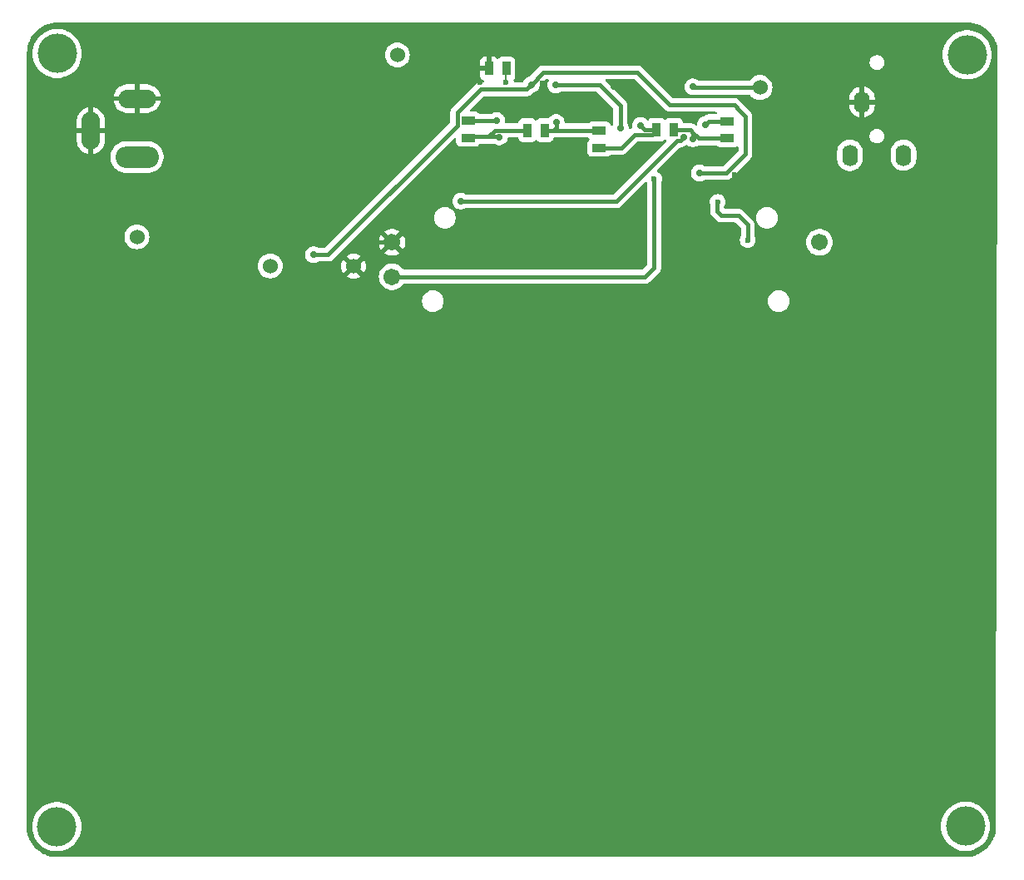
<source format=gbr>
%TF.GenerationSoftware,KiCad,Pcbnew,8.0.3*%
%TF.CreationDate,2024-08-08T10:10:12-07:00*%
%TF.ProjectId,VULED,56554c45-442e-46b6-9963-61645f706362,rev?*%
%TF.SameCoordinates,Original*%
%TF.FileFunction,Copper,L2,Bot*%
%TF.FilePolarity,Positive*%
%FSLAX46Y46*%
G04 Gerber Fmt 4.6, Leading zero omitted, Abs format (unit mm)*
G04 Created by KiCad (PCBNEW 8.0.3) date 2024-08-08 10:10:12*
%MOMM*%
%LPD*%
G01*
G04 APERTURE LIST*
%TA.AperFunction,ComponentPad*%
%ADD10O,4.400000X2.200000*%
%TD*%
%TA.AperFunction,ComponentPad*%
%ADD11O,3.800000X1.900000*%
%TD*%
%TA.AperFunction,ComponentPad*%
%ADD12O,1.900000X3.800000*%
%TD*%
%TA.AperFunction,ComponentPad*%
%ADD13O,1.600000X2.200000*%
%TD*%
%TA.AperFunction,ComponentPad*%
%ADD14C,1.530000*%
%TD*%
%TA.AperFunction,ComponentPad*%
%ADD15C,4.000000*%
%TD*%
%TA.AperFunction,ComponentPad*%
%ADD16C,1.701800*%
%TD*%
%TA.AperFunction,SMDPad,CuDef*%
%ADD17R,1.397000X0.812800*%
%TD*%
%TA.AperFunction,SMDPad,CuDef*%
%ADD18R,0.812800X1.397000*%
%TD*%
%TA.AperFunction,ViaPad*%
%ADD19C,0.600000*%
%TD*%
%TA.AperFunction,ViaPad*%
%ADD20C,0.700000*%
%TD*%
%TA.AperFunction,ViaPad*%
%ADD21C,1.000000*%
%TD*%
%TA.AperFunction,Conductor*%
%ADD22C,0.400000*%
%TD*%
%TA.AperFunction,Conductor*%
%ADD23C,0.200000*%
%TD*%
G04 APERTURE END LIST*
D10*
%TO.P,J2,1*%
%TO.N,PWRIN*%
X58010000Y-68920000D03*
D11*
%TO.P,J2,2*%
%TO.N,GND*%
X58010000Y-62965000D03*
D12*
%TO.P,J2,3*%
X53320000Y-66215000D03*
%TD*%
D13*
%TO.P,J1,1*%
%TO.N,GND*%
X131814876Y-63319566D03*
%TO.P,J1,2*%
%TO.N,Net-(J1-Pad2)*%
X136044876Y-68729566D03*
%TO.P,J1,3*%
%TO.N,Net-(J1-Pad3)*%
X130564876Y-68739566D03*
%TD*%
D14*
%TO.P,J3,1,Pin_1*%
%TO.N,GND*%
X80060000Y-80040000D03*
%TD*%
D15*
%TO.P,H1,*%
%TO.N,*%
X142336191Y-137046191D03*
%TD*%
D14*
%TO.P,J6,1,Pin_1*%
%TO.N,/AUDIO*%
X121415000Y-61845000D03*
%TD*%
D16*
%TO.P,RV1,1,1*%
%TO.N,GND*%
X83980158Y-77590035D03*
%TO.P,RV1,2,2*%
%TO.N,Net-(U1A-+)*%
X83980158Y-81090037D03*
%TO.P,RV1,3,3*%
%TO.N,Net-(R1-Pad2)*%
X127480147Y-77590035D03*
%TD*%
D15*
%TO.P,H4,*%
%TO.N,*%
X49885000Y-58380000D03*
%TD*%
%TO.P,H3,*%
%TO.N,*%
X142515000Y-58510000D03*
%TD*%
%TO.P,H2,*%
%TO.N,*%
X49850000Y-137075000D03*
%TD*%
D14*
%TO.P,J4,1,Pin_1*%
%TO.N,+5V*%
X84515000Y-58520000D03*
%TD*%
%TO.P,J5,1,Pin_1*%
%TO.N,+12V*%
X71580000Y-79995000D03*
%TD*%
%TO.P,J7,1,Pin_1*%
%TO.N,PWRIN*%
X58000000Y-77035000D03*
%TD*%
D17*
%TO.P,R10,1*%
%TO.N,+1.1V*%
X91705150Y-65203663D03*
%TO.P,R10,2*%
%TO.N,+2.2V*%
X91705150Y-66956263D03*
%TD*%
D18*
%TO.P,R9,1*%
%TO.N,+2.2V*%
X97738850Y-66184963D03*
%TO.P,R9,2*%
%TO.N,+3.3V*%
X99491450Y-66184963D03*
%TD*%
%TO.P,R11,1*%
%TO.N,GND*%
X93848850Y-59909963D03*
%TO.P,R11,2*%
%TO.N,+1.1V*%
X95601450Y-59909963D03*
%TD*%
D17*
%TO.P,R8,1*%
%TO.N,+3.3V*%
X105055150Y-66228663D03*
%TO.P,R8,2*%
%TO.N,+4.4V*%
X105055150Y-67981263D03*
%TD*%
D18*
%TO.P,R7,1*%
%TO.N,+4.4V*%
X110909850Y-66129563D03*
%TO.P,R7,2*%
%TO.N,+5.5V*%
X112662450Y-66129563D03*
%TD*%
D17*
%TO.P,R6,1*%
%TO.N,+5.5V*%
X118081150Y-67020863D03*
%TO.P,R6,2*%
%TO.N,+6.6V*%
X118081150Y-65268263D03*
%TD*%
D19*
%TO.N,GND*%
X92955150Y-61289963D03*
X98165150Y-71579963D03*
X90974999Y-88730000D03*
D20*
X106588850Y-61778663D03*
D19*
X118846450Y-70745000D03*
X66345000Y-63445000D03*
D21*
X75115000Y-72010000D03*
D19*
X105484999Y-88625000D03*
X68480000Y-80745000D03*
X74564999Y-88700000D03*
X113410150Y-73529963D03*
D20*
X112865150Y-60179963D03*
D19*
X53845000Y-88590000D03*
X99285150Y-61384963D03*
X120144999Y-88670000D03*
D20*
X69110000Y-61735000D03*
D19*
X134419999Y-88740000D03*
D20*
X112040150Y-61469963D03*
%TO.N,+12V*%
X98135150Y-61539963D03*
X115246150Y-70539963D03*
X75960000Y-78855000D03*
D19*
%TO.N,Net-(Q2-G)*%
X117110000Y-73490000D03*
X120165000Y-77365000D03*
D20*
%TO.N,/AUDIO*%
X114615000Y-61775000D03*
X107240150Y-65999963D03*
X100655150Y-61579963D03*
D19*
%TO.N,Net-(U1A-+)*%
X110645150Y-71150000D03*
D20*
%TO.N,+6.6V*%
X115885000Y-65605000D03*
X90955000Y-73410000D03*
X113665000Y-66885000D03*
%TO.N,+5.5V*%
X114591150Y-67059563D03*
%TO.N,+4.4V*%
X109260000Y-65705000D03*
%TO.N,+3.3V*%
X100670150Y-65404963D03*
%TO.N,+2.2V*%
X94895000Y-66871562D03*
%TO.N,+1.1V*%
X94640150Y-65214963D03*
D19*
X95575150Y-61319963D03*
%TD*%
D22*
%TO.N,GND*%
X80110000Y-80040000D02*
X82559965Y-77590035D01*
X82559965Y-77590035D02*
X83980158Y-77590035D01*
X80060000Y-80040000D02*
X80110000Y-80040000D01*
%TO.N,+12V*%
X119079650Y-63889463D02*
X118800150Y-63609963D01*
X90606650Y-64397263D02*
X92983950Y-62019963D01*
X99395113Y-60280000D02*
X98135150Y-61539963D01*
X77430000Y-78855000D02*
X90606650Y-65678350D01*
X92983950Y-62019963D02*
X97655150Y-62019963D01*
X118800150Y-63609963D02*
X112255000Y-63609963D01*
X115246150Y-70539963D02*
X118011621Y-70539963D01*
X118011621Y-70539963D02*
X119935150Y-68616434D01*
X119079650Y-63909463D02*
X119079650Y-63889463D01*
X108925037Y-60280000D02*
X99395113Y-60280000D01*
X119935150Y-64764963D02*
X119079650Y-63909463D01*
X75960000Y-78855000D02*
X77430000Y-78855000D01*
X90606650Y-65678350D02*
X90606650Y-64397263D01*
X119935150Y-68616434D02*
X119935150Y-64764963D01*
X112255000Y-63609963D02*
X108925037Y-60280000D01*
X97655150Y-62019963D02*
X98135150Y-61539963D01*
%TO.N,Net-(Q2-G)*%
X119210000Y-74860000D02*
X117455000Y-74860000D01*
X120165000Y-77365000D02*
X120165000Y-75815000D01*
X117045000Y-74450000D02*
X117045000Y-73555000D01*
X117045000Y-73555000D02*
X117110000Y-73490000D01*
X117455000Y-74860000D02*
X117045000Y-74450000D01*
X120165000Y-75815000D02*
X119210000Y-74860000D01*
%TO.N,/AUDIO*%
X121415000Y-61845000D02*
X114685000Y-61845000D01*
X105115150Y-61579963D02*
X100655150Y-61579963D01*
X107240150Y-65999963D02*
X107195150Y-65954963D01*
X114685000Y-61845000D02*
X114615000Y-61775000D01*
X107195150Y-65954963D02*
X107195150Y-63659963D01*
X107195150Y-63659963D02*
X105115150Y-61579963D01*
%TO.N,Net-(U1A-+)*%
X110645150Y-80169850D02*
X109724963Y-81090037D01*
X110645150Y-71150000D02*
X110645150Y-80169850D01*
X109724963Y-81090037D02*
X83980158Y-81090037D01*
%TO.N,+6.6V*%
X113006937Y-67228063D02*
X113321937Y-67228063D01*
X113321937Y-67228063D02*
X113665000Y-66885000D01*
X106825000Y-73410000D02*
X113006937Y-67228063D01*
X90955000Y-73410000D02*
X106690000Y-73410000D01*
X116221737Y-65268263D02*
X118081150Y-65268263D01*
X106690000Y-73410000D02*
X106825000Y-73410000D01*
X115885000Y-65605000D02*
X116221737Y-65268263D01*
%TO.N,+5.5V*%
X114301150Y-66129563D02*
X114611150Y-66439563D01*
X114611150Y-67039563D02*
X114591150Y-67059563D01*
X114611150Y-66439563D02*
X114611150Y-67039563D01*
X112662450Y-66129563D02*
X114301150Y-66129563D01*
X118081150Y-67020863D02*
X115192450Y-67020863D01*
X115192450Y-67020863D02*
X114611150Y-66439563D01*
%TO.N,+4.4V*%
X108690150Y-66619963D02*
X110485150Y-66619963D01*
X105055150Y-67981263D02*
X107328850Y-67981263D01*
X109684563Y-66129563D02*
X110909850Y-66129563D01*
X109260000Y-65705000D02*
X109684563Y-66129563D01*
X107328850Y-67981263D02*
X108690150Y-66619963D01*
%TO.N,+3.3V*%
X99940150Y-66184963D02*
X100245150Y-66184963D01*
X100250150Y-66189963D02*
X105016450Y-66189963D01*
X100670150Y-65894963D02*
X100670150Y-65404963D01*
X105016450Y-66189963D02*
X105055150Y-66228663D01*
X100545150Y-66019963D02*
X100670150Y-65894963D01*
X100380150Y-66184963D02*
X100545150Y-66019963D01*
X99491450Y-66184963D02*
X99940150Y-66184963D01*
X100245150Y-66184963D02*
X100380150Y-66184963D01*
X100245150Y-66184963D02*
X100250150Y-66189963D01*
%TO.N,+2.2V*%
X94895000Y-66871562D02*
X94878401Y-66854963D01*
X94430150Y-66184963D02*
X93760150Y-66854963D01*
X91705150Y-66956263D02*
X91806450Y-66854963D01*
X94878401Y-66854963D02*
X93760150Y-66854963D01*
X91806450Y-66854963D02*
X93760150Y-66854963D01*
X97738850Y-66184963D02*
X94430150Y-66184963D01*
%TO.N,+1.1V*%
X91705150Y-65203663D02*
X94628850Y-65203663D01*
D23*
X95586450Y-59624963D02*
X95586450Y-61308663D01*
X95586450Y-61308663D02*
X95575150Y-61319963D01*
D22*
X94628850Y-65203663D02*
X94640150Y-65214963D01*
%TD*%
%TA.AperFunction,Conductor*%
%TO.N,GND*%
G36*
X108650557Y-61000185D02*
G01*
X108671199Y-61016819D01*
X111808453Y-64154074D01*
X111808454Y-64154075D01*
X111923192Y-64230740D01*
X112035064Y-64277078D01*
X112050672Y-64283543D01*
X112050676Y-64283543D01*
X112050677Y-64283544D01*
X112186003Y-64310463D01*
X112186006Y-64310463D01*
X112186007Y-64310463D01*
X116922501Y-64310463D01*
X116989540Y-64330148D01*
X117035295Y-64382952D01*
X117045239Y-64452110D01*
X117021768Y-64508772D01*
X117014804Y-64518074D01*
X116958872Y-64559945D01*
X116915539Y-64567763D01*
X116152741Y-64567763D01*
X116017414Y-64594681D01*
X116017404Y-64594684D01*
X115889928Y-64647486D01*
X115775192Y-64724150D01*
X115775186Y-64724154D01*
X115757109Y-64742232D01*
X115695785Y-64775716D01*
X115695212Y-64775839D01*
X115620732Y-64791671D01*
X115620728Y-64791672D01*
X115457408Y-64864387D01*
X115312768Y-64969475D01*
X115193140Y-65102336D01*
X115103750Y-65257164D01*
X115103747Y-65257170D01*
X115048504Y-65427192D01*
X115048503Y-65427194D01*
X115032017Y-65584051D01*
X115005432Y-65648666D01*
X114948135Y-65688650D01*
X114878316Y-65691310D01*
X114821015Y-65658770D01*
X114747695Y-65585450D01*
X114632957Y-65508785D01*
X114505482Y-65455984D01*
X114505472Y-65455981D01*
X114370146Y-65429063D01*
X114370144Y-65429063D01*
X114370143Y-65429063D01*
X113685665Y-65429063D01*
X113618626Y-65409378D01*
X113572871Y-65356574D01*
X113565821Y-65330872D01*
X113564726Y-65331131D01*
X113562942Y-65323583D01*
X113558034Y-65310425D01*
X113538170Y-65257165D01*
X113512647Y-65188734D01*
X113512643Y-65188727D01*
X113426397Y-65073518D01*
X113426394Y-65073515D01*
X113311185Y-64987269D01*
X113311178Y-64987265D01*
X113176332Y-64936971D01*
X113176333Y-64936971D01*
X113116733Y-64930564D01*
X113116731Y-64930563D01*
X113116723Y-64930563D01*
X113116714Y-64930563D01*
X112208179Y-64930563D01*
X112208173Y-64930564D01*
X112148566Y-64936971D01*
X112013721Y-64987265D01*
X112013714Y-64987269D01*
X111898505Y-65073515D01*
X111898503Y-65073517D01*
X111885415Y-65091001D01*
X111829481Y-65132871D01*
X111759789Y-65137854D01*
X111698467Y-65104367D01*
X111686885Y-65091001D01*
X111673796Y-65073517D01*
X111673794Y-65073515D01*
X111558585Y-64987269D01*
X111558578Y-64987265D01*
X111423732Y-64936971D01*
X111423733Y-64936971D01*
X111364133Y-64930564D01*
X111364131Y-64930563D01*
X111364123Y-64930563D01*
X111364114Y-64930563D01*
X110455579Y-64930563D01*
X110455573Y-64930564D01*
X110395966Y-64936971D01*
X110261121Y-64987265D01*
X110261114Y-64987269D01*
X110145905Y-65073515D01*
X110095595Y-65140720D01*
X110039661Y-65182591D01*
X109969969Y-65187574D01*
X109908646Y-65154088D01*
X109904179Y-65149380D01*
X109832235Y-65069478D01*
X109832232Y-65069476D01*
X109832231Y-65069475D01*
X109832230Y-65069474D01*
X109687593Y-64964388D01*
X109524267Y-64891671D01*
X109524265Y-64891670D01*
X109395906Y-64864387D01*
X109349391Y-64854500D01*
X109170609Y-64854500D01*
X109139954Y-64861015D01*
X108995733Y-64891670D01*
X108995728Y-64891672D01*
X108832408Y-64964387D01*
X108687768Y-65069475D01*
X108568140Y-65202336D01*
X108478750Y-65357164D01*
X108478747Y-65357170D01*
X108423504Y-65527192D01*
X108423503Y-65527194D01*
X108409825Y-65657331D01*
X108404815Y-65705000D01*
X108412992Y-65782803D01*
X108422897Y-65877033D01*
X108410328Y-65945763D01*
X108362596Y-65996787D01*
X108358420Y-65999133D01*
X108283262Y-66049352D01*
X108216584Y-66070229D01*
X108149204Y-66051744D01*
X108102514Y-65999764D01*
X108091052Y-65959215D01*
X108076647Y-65822160D01*
X108033267Y-65688650D01*
X108021402Y-65652133D01*
X108021399Y-65652127D01*
X107932010Y-65497299D01*
X107932005Y-65497292D01*
X107927499Y-65492288D01*
X107897270Y-65429296D01*
X107895650Y-65409317D01*
X107895650Y-63590967D01*
X107895649Y-63590965D01*
X107868731Y-63455641D01*
X107868730Y-63455637D01*
X107868730Y-63455635D01*
X107863463Y-63442920D01*
X107815925Y-63328152D01*
X107739264Y-63213420D01*
X107739262Y-63213417D01*
X105718026Y-61192181D01*
X105684541Y-61130858D01*
X105689525Y-61061166D01*
X105731397Y-61005233D01*
X105796861Y-60980816D01*
X105805707Y-60980500D01*
X108583518Y-60980500D01*
X108650557Y-61000185D01*
G37*
%TD.AperFunction*%
%TA.AperFunction,Conductor*%
G36*
X99871442Y-61000185D02*
G01*
X99917197Y-61052989D01*
X99927141Y-61122147D01*
X99911791Y-61166498D01*
X99886772Y-61209834D01*
X99873899Y-61232130D01*
X99873897Y-61232133D01*
X99818654Y-61402155D01*
X99818653Y-61402157D01*
X99799965Y-61579963D01*
X99818653Y-61757768D01*
X99818654Y-61757770D01*
X99873897Y-61927792D01*
X99873900Y-61927798D01*
X99963291Y-62082628D01*
X99999488Y-62122829D01*
X100082914Y-62215484D01*
X100082917Y-62215486D01*
X100082920Y-62215489D01*
X100227557Y-62320575D01*
X100390883Y-62393292D01*
X100565759Y-62430463D01*
X100565760Y-62430463D01*
X100744539Y-62430463D01*
X100744541Y-62430463D01*
X100919417Y-62393292D01*
X101082743Y-62320575D01*
X101087964Y-62316782D01*
X101105358Y-62304145D01*
X101171165Y-62280665D01*
X101178243Y-62280463D01*
X104773631Y-62280463D01*
X104840670Y-62300148D01*
X104861312Y-62316782D01*
X106458331Y-63913801D01*
X106491816Y-63975124D01*
X106494650Y-64001482D01*
X106494650Y-65556981D01*
X106478038Y-65618979D01*
X106458901Y-65652125D01*
X106456254Y-65658071D01*
X106454593Y-65657331D01*
X106420131Y-65707722D01*
X106355770Y-65734914D01*
X106286925Y-65722993D01*
X106235454Y-65675744D01*
X106225465Y-65655054D01*
X106197447Y-65579934D01*
X106197443Y-65579927D01*
X106111197Y-65464718D01*
X106111194Y-65464715D01*
X105995985Y-65378469D01*
X105995978Y-65378465D01*
X105861132Y-65328171D01*
X105861133Y-65328171D01*
X105801533Y-65321764D01*
X105801531Y-65321763D01*
X105801523Y-65321763D01*
X105801514Y-65321763D01*
X104308779Y-65321763D01*
X104308773Y-65321764D01*
X104249166Y-65328171D01*
X104114321Y-65378465D01*
X104114318Y-65378467D01*
X104073027Y-65409378D01*
X103999104Y-65464717D01*
X103999102Y-65464718D01*
X103999089Y-65464729D01*
X103933624Y-65489147D01*
X103924777Y-65489463D01*
X101645866Y-65489463D01*
X101578827Y-65469778D01*
X101533072Y-65416974D01*
X101522546Y-65378429D01*
X101506647Y-65227160D01*
X101462406Y-65091001D01*
X101451402Y-65057133D01*
X101451399Y-65057127D01*
X101443051Y-65042667D01*
X101362009Y-64902298D01*
X101291797Y-64824320D01*
X101242385Y-64769441D01*
X101242382Y-64769439D01*
X101242381Y-64769438D01*
X101242380Y-64769437D01*
X101097743Y-64664351D01*
X100934417Y-64591634D01*
X100934415Y-64591633D01*
X100788554Y-64560630D01*
X100759541Y-64554463D01*
X100580759Y-64554463D01*
X100554968Y-64559945D01*
X100405883Y-64591633D01*
X100405878Y-64591635D01*
X100242558Y-64664350D01*
X100097918Y-64769438D01*
X99978291Y-64902297D01*
X99965782Y-64923964D01*
X99915214Y-64972179D01*
X99858395Y-64985963D01*
X99037179Y-64985963D01*
X99037173Y-64985964D01*
X98977566Y-64992371D01*
X98842721Y-65042665D01*
X98842714Y-65042669D01*
X98727505Y-65128915D01*
X98727503Y-65128917D01*
X98714415Y-65146401D01*
X98658481Y-65188271D01*
X98588789Y-65193254D01*
X98527467Y-65159767D01*
X98515885Y-65146401D01*
X98502796Y-65128917D01*
X98502794Y-65128915D01*
X98387585Y-65042669D01*
X98387578Y-65042665D01*
X98252732Y-64992371D01*
X98252733Y-64992371D01*
X98193133Y-64985964D01*
X98193131Y-64985963D01*
X98193123Y-64985963D01*
X98193114Y-64985963D01*
X97284579Y-64985963D01*
X97284573Y-64985964D01*
X97224966Y-64992371D01*
X97090121Y-65042665D01*
X97090114Y-65042669D01*
X96974905Y-65128915D01*
X96974902Y-65128918D01*
X96888656Y-65244127D01*
X96888652Y-65244134D01*
X96838358Y-65378980D01*
X96836576Y-65386525D01*
X96833887Y-65385889D01*
X96812171Y-65438288D01*
X96754771Y-65478125D01*
X96715635Y-65484463D01*
X95604725Y-65484463D01*
X95537686Y-65464778D01*
X95491931Y-65411974D01*
X95481404Y-65347503D01*
X95495335Y-65214963D01*
X95476647Y-65037160D01*
X95444094Y-64936972D01*
X95421402Y-64867133D01*
X95421399Y-64867127D01*
X95403818Y-64836675D01*
X95332009Y-64712298D01*
X95273652Y-64647486D01*
X95212385Y-64579441D01*
X95212382Y-64579439D01*
X95212381Y-64579438D01*
X95212380Y-64579437D01*
X95067743Y-64474351D01*
X94904417Y-64401634D01*
X94904415Y-64401633D01*
X94776744Y-64374496D01*
X94729541Y-64364463D01*
X94550759Y-64364463D01*
X94520104Y-64370978D01*
X94375883Y-64401633D01*
X94375878Y-64401635D01*
X94212558Y-64474351D01*
X94212554Y-64474353D01*
X94205495Y-64479482D01*
X94139688Y-64502961D01*
X94132611Y-64503163D01*
X92870761Y-64503163D01*
X92803722Y-64483478D01*
X92771493Y-64453472D01*
X92761198Y-64439720D01*
X92761196Y-64439717D01*
X92752426Y-64433152D01*
X92645985Y-64353469D01*
X92645978Y-64353465D01*
X92511132Y-64303171D01*
X92511133Y-64303171D01*
X92451533Y-64296764D01*
X92451531Y-64296763D01*
X92451523Y-64296763D01*
X92451515Y-64296763D01*
X91997168Y-64296763D01*
X91930129Y-64277078D01*
X91884374Y-64224274D01*
X91874430Y-64155116D01*
X91903455Y-64091560D01*
X91909487Y-64085082D01*
X92491378Y-63503192D01*
X93237788Y-62756782D01*
X93299111Y-62723297D01*
X93325469Y-62720463D01*
X97724146Y-62720463D01*
X97815190Y-62702352D01*
X97859478Y-62693543D01*
X97938228Y-62660924D01*
X97986957Y-62640740D01*
X97986958Y-62640739D01*
X97986961Y-62640738D01*
X98101693Y-62564077D01*
X98263038Y-62402730D01*
X98324359Y-62369246D01*
X98324503Y-62369214D01*
X98399417Y-62353292D01*
X98562743Y-62280575D01*
X98707380Y-62175489D01*
X98709918Y-62172671D01*
X98754795Y-62122829D01*
X98827009Y-62042628D01*
X98916400Y-61887798D01*
X98971647Y-61717766D01*
X98971647Y-61717764D01*
X98973655Y-61711585D01*
X98976460Y-61712496D01*
X99003454Y-61662317D01*
X99003811Y-61661957D01*
X99648951Y-61016819D01*
X99710274Y-60983334D01*
X99736632Y-60980500D01*
X99804403Y-60980500D01*
X99871442Y-61000185D01*
G37*
%TD.AperFunction*%
%TA.AperFunction,Conductor*%
G36*
X142432921Y-55216689D02*
G01*
X142432929Y-55216691D01*
X142442916Y-55216691D01*
X142496979Y-55216691D01*
X142505564Y-55216691D01*
X142512054Y-55216861D01*
X142827875Y-55233413D01*
X142840782Y-55234769D01*
X143149937Y-55283736D01*
X143162609Y-55286429D01*
X143464971Y-55367447D01*
X143477297Y-55371452D01*
X143769531Y-55483631D01*
X143781367Y-55488900D01*
X144060284Y-55631015D01*
X144071490Y-55637485D01*
X144334021Y-55807975D01*
X144344511Y-55815597D01*
X144587767Y-56012582D01*
X144597412Y-56021267D01*
X144818732Y-56242587D01*
X144827417Y-56252232D01*
X145024402Y-56495488D01*
X145032027Y-56505982D01*
X145202510Y-56768503D01*
X145208987Y-56779722D01*
X145340247Y-57037334D01*
X145351094Y-57058622D01*
X145356373Y-57070479D01*
X145468544Y-57362692D01*
X145472555Y-57375037D01*
X145553567Y-57677379D01*
X145556265Y-57690074D01*
X145605229Y-57999216D01*
X145606586Y-58012124D01*
X145623129Y-58327778D01*
X145623299Y-58334550D01*
X145444669Y-136979977D01*
X145444500Y-136982518D01*
X145444500Y-137051752D01*
X145444330Y-137058242D01*
X145427777Y-137374067D01*
X145426420Y-137386974D01*
X145377458Y-137696115D01*
X145374760Y-137708812D01*
X145293747Y-138011157D01*
X145289736Y-138023501D01*
X145177566Y-138315713D01*
X145172287Y-138327570D01*
X145030184Y-138606464D01*
X145023698Y-138617697D01*
X144904711Y-138800921D01*
X144853224Y-138880204D01*
X144845595Y-138890704D01*
X144648611Y-139133960D01*
X144639926Y-139143605D01*
X144418605Y-139364926D01*
X144408960Y-139373611D01*
X144165704Y-139570595D01*
X144155204Y-139578224D01*
X144147505Y-139583224D01*
X143892697Y-139748698D01*
X143881464Y-139755184D01*
X143602570Y-139897287D01*
X143590713Y-139902566D01*
X143298501Y-140014736D01*
X143286157Y-140018747D01*
X142983812Y-140099760D01*
X142971115Y-140102458D01*
X142661974Y-140151420D01*
X142649067Y-140152777D01*
X142333244Y-140169329D01*
X142326779Y-140169499D01*
X142321931Y-140169499D01*
X142321906Y-140169500D01*
X142256539Y-140169500D01*
X142256483Y-140169503D01*
X49873040Y-140174500D01*
X49868246Y-140174500D01*
X49861756Y-140174330D01*
X49545932Y-140157777D01*
X49533025Y-140156420D01*
X49223884Y-140107458D01*
X49211187Y-140104760D01*
X48908842Y-140023747D01*
X48896498Y-140019736D01*
X48604286Y-139907566D01*
X48592429Y-139902287D01*
X48582616Y-139897287D01*
X48313529Y-139760180D01*
X48302310Y-139753703D01*
X48039789Y-139583220D01*
X48029295Y-139575595D01*
X47786039Y-139378611D01*
X47776394Y-139369926D01*
X47555073Y-139148605D01*
X47546388Y-139138960D01*
X47349404Y-138895704D01*
X47341782Y-138885214D01*
X47171292Y-138622683D01*
X47164822Y-138611477D01*
X47022707Y-138332560D01*
X47017438Y-138320724D01*
X46905261Y-138028495D01*
X46901252Y-138016157D01*
X46899912Y-138011157D01*
X46820237Y-137713806D01*
X46817541Y-137701115D01*
X46812497Y-137669270D01*
X46768579Y-137391974D01*
X46767222Y-137379067D01*
X46760472Y-137250271D01*
X46751285Y-137074994D01*
X47344556Y-137074994D01*
X47344556Y-137075005D01*
X47364310Y-137389004D01*
X47364311Y-137389011D01*
X47364312Y-137389015D01*
X47422894Y-137696115D01*
X47423270Y-137698083D01*
X47520497Y-137997316D01*
X47520499Y-137997321D01*
X47654461Y-138282003D01*
X47654464Y-138282009D01*
X47823051Y-138547661D01*
X47823054Y-138547665D01*
X48023606Y-138790090D01*
X48023608Y-138790092D01*
X48023610Y-138790094D01*
X48222290Y-138976667D01*
X48252968Y-139005476D01*
X48252978Y-139005484D01*
X48507504Y-139190408D01*
X48507509Y-139190410D01*
X48507516Y-139190416D01*
X48783234Y-139341994D01*
X48783239Y-139341996D01*
X48783241Y-139341997D01*
X48783242Y-139341998D01*
X49075771Y-139457818D01*
X49075774Y-139457819D01*
X49268319Y-139507256D01*
X49380527Y-139536066D01*
X49446010Y-139544338D01*
X49692670Y-139575499D01*
X49692679Y-139575499D01*
X49692682Y-139575500D01*
X49692684Y-139575500D01*
X50007316Y-139575500D01*
X50007318Y-139575500D01*
X50007321Y-139575499D01*
X50007329Y-139575499D01*
X50193593Y-139551968D01*
X50319473Y-139536066D01*
X50624225Y-139457819D01*
X50624228Y-139457818D01*
X50916757Y-139341998D01*
X50916758Y-139341997D01*
X50916756Y-139341997D01*
X50916766Y-139341994D01*
X51192484Y-139190416D01*
X51447030Y-139005478D01*
X51676390Y-138790094D01*
X51876947Y-138547663D01*
X52045537Y-138282007D01*
X52179503Y-137997315D01*
X52276731Y-137698079D01*
X52335688Y-137389015D01*
X52335689Y-137389004D01*
X52355444Y-137075005D01*
X52355444Y-137074994D01*
X52353632Y-137046185D01*
X139830747Y-137046185D01*
X139830747Y-137046196D01*
X139850501Y-137360195D01*
X139850502Y-137360202D01*
X139856563Y-137391974D01*
X139901814Y-137629190D01*
X139909461Y-137669274D01*
X140006688Y-137968507D01*
X140006690Y-137968512D01*
X140140652Y-138253194D01*
X140140655Y-138253200D01*
X140309242Y-138518852D01*
X140309245Y-138518856D01*
X140509797Y-138761281D01*
X140509799Y-138761283D01*
X140509801Y-138761285D01*
X140540480Y-138790094D01*
X140739159Y-138976667D01*
X140739169Y-138976675D01*
X140993695Y-139161599D01*
X140993700Y-139161601D01*
X140993707Y-139161607D01*
X141269425Y-139313185D01*
X141269430Y-139313187D01*
X141269432Y-139313188D01*
X141269433Y-139313189D01*
X141561962Y-139429009D01*
X141561965Y-139429010D01*
X141866714Y-139507256D01*
X141866718Y-139507257D01*
X141932201Y-139515529D01*
X142178861Y-139546690D01*
X142178870Y-139546690D01*
X142178873Y-139546691D01*
X142178875Y-139546691D01*
X142493507Y-139546691D01*
X142493509Y-139546691D01*
X142493512Y-139546690D01*
X142493520Y-139546690D01*
X142679784Y-139523159D01*
X142805664Y-139507257D01*
X143110416Y-139429010D01*
X143110419Y-139429009D01*
X143402948Y-139313189D01*
X143402949Y-139313188D01*
X143402947Y-139313188D01*
X143402957Y-139313185D01*
X143678675Y-139161607D01*
X143933221Y-138976669D01*
X144162581Y-138761285D01*
X144363138Y-138518854D01*
X144531728Y-138253198D01*
X144665694Y-137968506D01*
X144762922Y-137669270D01*
X144821879Y-137360206D01*
X144821880Y-137360195D01*
X144841635Y-137046196D01*
X144841635Y-137046185D01*
X144821880Y-136732186D01*
X144821879Y-136732179D01*
X144821879Y-136732176D01*
X144762922Y-136423112D01*
X144665694Y-136123876D01*
X144531728Y-135839184D01*
X144496605Y-135783839D01*
X144363139Y-135573529D01*
X144363136Y-135573525D01*
X144162584Y-135331100D01*
X144162582Y-135331098D01*
X143933222Y-135115714D01*
X143933212Y-135115706D01*
X143678686Y-134930782D01*
X143678679Y-134930777D01*
X143678675Y-134930775D01*
X143402957Y-134779197D01*
X143402954Y-134779195D01*
X143402949Y-134779193D01*
X143402948Y-134779192D01*
X143110419Y-134663372D01*
X143110416Y-134663371D01*
X142805667Y-134585125D01*
X142805654Y-134585123D01*
X142493520Y-134545691D01*
X142493509Y-134545691D01*
X142178873Y-134545691D01*
X142178861Y-134545691D01*
X141866727Y-134585123D01*
X141866714Y-134585125D01*
X141561965Y-134663371D01*
X141561962Y-134663372D01*
X141269433Y-134779192D01*
X141269432Y-134779193D01*
X140993707Y-134930775D01*
X140993695Y-134930782D01*
X140739169Y-135115706D01*
X140739159Y-135115714D01*
X140509799Y-135331098D01*
X140509797Y-135331100D01*
X140309245Y-135573525D01*
X140309242Y-135573529D01*
X140140655Y-135839181D01*
X140140652Y-135839187D01*
X140006690Y-136123869D01*
X140006688Y-136123874D01*
X139909461Y-136423107D01*
X139850502Y-136732179D01*
X139850501Y-136732186D01*
X139830747Y-137046185D01*
X52353632Y-137046185D01*
X52335689Y-136760995D01*
X52335688Y-136760988D01*
X52335688Y-136760985D01*
X52276731Y-136451921D01*
X52179503Y-136152685D01*
X52045537Y-135867993D01*
X51876947Y-135602337D01*
X51853115Y-135573529D01*
X51676393Y-135359909D01*
X51676391Y-135359907D01*
X51447031Y-135144523D01*
X51447021Y-135144515D01*
X51192495Y-134959591D01*
X51192488Y-134959586D01*
X51192484Y-134959584D01*
X50916766Y-134808006D01*
X50916763Y-134808004D01*
X50916758Y-134808002D01*
X50916757Y-134808001D01*
X50624228Y-134692181D01*
X50624225Y-134692180D01*
X50319476Y-134613934D01*
X50319463Y-134613932D01*
X50007329Y-134574500D01*
X50007318Y-134574500D01*
X49692682Y-134574500D01*
X49692670Y-134574500D01*
X49380536Y-134613932D01*
X49380523Y-134613934D01*
X49075774Y-134692180D01*
X49075771Y-134692181D01*
X48783242Y-134808001D01*
X48783241Y-134808002D01*
X48507516Y-134959584D01*
X48507504Y-134959591D01*
X48252978Y-135144515D01*
X48252968Y-135144523D01*
X48023608Y-135359907D01*
X48023606Y-135359909D01*
X47823054Y-135602334D01*
X47823051Y-135602338D01*
X47654464Y-135867990D01*
X47654461Y-135867996D01*
X47520499Y-136152678D01*
X47520497Y-136152683D01*
X47423270Y-136451916D01*
X47364311Y-136760988D01*
X47364310Y-136760995D01*
X47344556Y-137074994D01*
X46751285Y-137074994D01*
X46750671Y-137063281D01*
X46750502Y-137056735D01*
X46791315Y-83503275D01*
X87028750Y-83503275D01*
X87028750Y-83676650D01*
X87055870Y-83847876D01*
X87109440Y-84012751D01*
X87109441Y-84012754D01*
X87188148Y-84167223D01*
X87290049Y-84307477D01*
X87412636Y-84430064D01*
X87552890Y-84531965D01*
X87628652Y-84570567D01*
X87707358Y-84610671D01*
X87707361Y-84610672D01*
X87789798Y-84637457D01*
X87872238Y-84664243D01*
X87951541Y-84676803D01*
X88043463Y-84691363D01*
X88043468Y-84691363D01*
X88216837Y-84691363D01*
X88299845Y-84678215D01*
X88388062Y-84664243D01*
X88552941Y-84610671D01*
X88707410Y-84531965D01*
X88847664Y-84430064D01*
X88970251Y-84307477D01*
X89072152Y-84167223D01*
X89150858Y-84012754D01*
X89204430Y-83847875D01*
X89218402Y-83759658D01*
X89231550Y-83676650D01*
X89231550Y-83503275D01*
X122228756Y-83503275D01*
X122228756Y-83676650D01*
X122255876Y-83847876D01*
X122309446Y-84012751D01*
X122309447Y-84012754D01*
X122388154Y-84167223D01*
X122490055Y-84307477D01*
X122612642Y-84430064D01*
X122752896Y-84531965D01*
X122828658Y-84570567D01*
X122907364Y-84610671D01*
X122907367Y-84610672D01*
X122989804Y-84637457D01*
X123072244Y-84664243D01*
X123151547Y-84676803D01*
X123243469Y-84691363D01*
X123243474Y-84691363D01*
X123416843Y-84691363D01*
X123499851Y-84678215D01*
X123588068Y-84664243D01*
X123752947Y-84610671D01*
X123907416Y-84531965D01*
X124047670Y-84430064D01*
X124170257Y-84307477D01*
X124272158Y-84167223D01*
X124350864Y-84012754D01*
X124404436Y-83847875D01*
X124418408Y-83759658D01*
X124431556Y-83676650D01*
X124431556Y-83503275D01*
X124415778Y-83403665D01*
X124404436Y-83332051D01*
X124350864Y-83167172D01*
X124350864Y-83167171D01*
X124272157Y-83012702D01*
X124170257Y-82872449D01*
X124047670Y-82749862D01*
X123907416Y-82647961D01*
X123752947Y-82569254D01*
X123752944Y-82569253D01*
X123588069Y-82515683D01*
X123416843Y-82488563D01*
X123416838Y-82488563D01*
X123243474Y-82488563D01*
X123243469Y-82488563D01*
X123072242Y-82515683D01*
X122907367Y-82569253D01*
X122907364Y-82569254D01*
X122752895Y-82647961D01*
X122672875Y-82706099D01*
X122612642Y-82749862D01*
X122612640Y-82749864D01*
X122612639Y-82749864D01*
X122490057Y-82872446D01*
X122490057Y-82872447D01*
X122490055Y-82872449D01*
X122446292Y-82932682D01*
X122388154Y-83012702D01*
X122309447Y-83167171D01*
X122309446Y-83167174D01*
X122255876Y-83332049D01*
X122228756Y-83503275D01*
X89231550Y-83503275D01*
X89215772Y-83403665D01*
X89204430Y-83332051D01*
X89150858Y-83167172D01*
X89150858Y-83167171D01*
X89072151Y-83012702D01*
X88970251Y-82872449D01*
X88847664Y-82749862D01*
X88707410Y-82647961D01*
X88552941Y-82569254D01*
X88552938Y-82569253D01*
X88388063Y-82515683D01*
X88216837Y-82488563D01*
X88216832Y-82488563D01*
X88043468Y-82488563D01*
X88043463Y-82488563D01*
X87872236Y-82515683D01*
X87707361Y-82569253D01*
X87707358Y-82569254D01*
X87552889Y-82647961D01*
X87472869Y-82706099D01*
X87412636Y-82749862D01*
X87412634Y-82749864D01*
X87412633Y-82749864D01*
X87290051Y-82872446D01*
X87290051Y-82872447D01*
X87290049Y-82872449D01*
X87246286Y-82932682D01*
X87188148Y-83012702D01*
X87109441Y-83167171D01*
X87109440Y-83167174D01*
X87055870Y-83332049D01*
X87028750Y-83503275D01*
X46791315Y-83503275D01*
X46793989Y-79994998D01*
X70309666Y-79994998D01*
X70309666Y-79995001D01*
X70328964Y-80215585D01*
X70328965Y-80215592D01*
X70386275Y-80429475D01*
X70386279Y-80429486D01*
X70473435Y-80616393D01*
X70479858Y-80630167D01*
X70606868Y-80811555D01*
X70763445Y-80968132D01*
X70944833Y-81095142D01*
X71040402Y-81139706D01*
X71145513Y-81188720D01*
X71145515Y-81188720D01*
X71145520Y-81188723D01*
X71359409Y-81246035D01*
X71516974Y-81259820D01*
X71579998Y-81265334D01*
X71580000Y-81265334D01*
X71580002Y-81265334D01*
X71635147Y-81260509D01*
X71800591Y-81246035D01*
X72014480Y-81188723D01*
X72215167Y-81095142D01*
X72396555Y-80968132D01*
X72553132Y-80811555D01*
X72680142Y-80630167D01*
X72773723Y-80429480D01*
X72831035Y-80215591D01*
X72846397Y-80039999D01*
X78790168Y-80039999D01*
X78790168Y-80040000D01*
X78809459Y-80260499D01*
X78809461Y-80260509D01*
X78866745Y-80474300D01*
X78866749Y-80474309D01*
X78960295Y-80674919D01*
X79006103Y-80740341D01*
X79006105Y-80740342D01*
X79568871Y-80177575D01*
X79584755Y-80236853D01*
X79651898Y-80353147D01*
X79746853Y-80448102D01*
X79863147Y-80515245D01*
X79922424Y-80531128D01*
X79359656Y-81093894D01*
X79425083Y-81139706D01*
X79425085Y-81139707D01*
X79625690Y-81233250D01*
X79625699Y-81233254D01*
X79839490Y-81290538D01*
X79839500Y-81290540D01*
X80059999Y-81309832D01*
X80060001Y-81309832D01*
X80280499Y-81290540D01*
X80280509Y-81290538D01*
X80494300Y-81233254D01*
X80494309Y-81233250D01*
X80694915Y-81139706D01*
X80760342Y-81093894D01*
X80197575Y-80531127D01*
X80256853Y-80515245D01*
X80373147Y-80448102D01*
X80468102Y-80353147D01*
X80535245Y-80236853D01*
X80551128Y-80177575D01*
X81113894Y-80740342D01*
X81159706Y-80674915D01*
X81253250Y-80474309D01*
X81253254Y-80474300D01*
X81310538Y-80260509D01*
X81310540Y-80260499D01*
X81329832Y-80040000D01*
X81329832Y-80039999D01*
X81310540Y-79819500D01*
X81310538Y-79819490D01*
X81253254Y-79605699D01*
X81253250Y-79605690D01*
X81159707Y-79405085D01*
X81159706Y-79405083D01*
X81113894Y-79339657D01*
X81113894Y-79339656D01*
X80551127Y-79902423D01*
X80535245Y-79843147D01*
X80468102Y-79726853D01*
X80373147Y-79631898D01*
X80256853Y-79564755D01*
X80197575Y-79548872D01*
X80760342Y-78986105D01*
X80760341Y-78986103D01*
X80694919Y-78940295D01*
X80494309Y-78846749D01*
X80494300Y-78846745D01*
X80280509Y-78789461D01*
X80280499Y-78789459D01*
X80060001Y-78770168D01*
X80059999Y-78770168D01*
X79839500Y-78789459D01*
X79839490Y-78789461D01*
X79625699Y-78846745D01*
X79625690Y-78846749D01*
X79425084Y-78940293D01*
X79359657Y-78986104D01*
X79922424Y-79548871D01*
X79863147Y-79564755D01*
X79746853Y-79631898D01*
X79651898Y-79726853D01*
X79584755Y-79843147D01*
X79568871Y-79902424D01*
X79006104Y-79339657D01*
X78960293Y-79405084D01*
X78866749Y-79605690D01*
X78866745Y-79605699D01*
X78809461Y-79819490D01*
X78809459Y-79819500D01*
X78790168Y-80039999D01*
X72846397Y-80039999D01*
X72850334Y-79995000D01*
X72831035Y-79774409D01*
X72773723Y-79560520D01*
X72771476Y-79555702D01*
X72701243Y-79405085D01*
X72680142Y-79359833D01*
X72553132Y-79178445D01*
X72396555Y-79021868D01*
X72215167Y-78894858D01*
X72215163Y-78894856D01*
X72129691Y-78855000D01*
X75104815Y-78855000D01*
X75123503Y-79032805D01*
X75123504Y-79032807D01*
X75178747Y-79202829D01*
X75178750Y-79202835D01*
X75268141Y-79357665D01*
X75305459Y-79399111D01*
X75387764Y-79490521D01*
X75387767Y-79490523D01*
X75387770Y-79490526D01*
X75532407Y-79595612D01*
X75695733Y-79668329D01*
X75870609Y-79705500D01*
X75870610Y-79705500D01*
X76049389Y-79705500D01*
X76049391Y-79705500D01*
X76224267Y-79668329D01*
X76387593Y-79595612D01*
X76389757Y-79594039D01*
X76410208Y-79579182D01*
X76476015Y-79555702D01*
X76483093Y-79555500D01*
X77498996Y-79555500D01*
X77590040Y-79537389D01*
X77634328Y-79528580D01*
X77726211Y-79490521D01*
X77761807Y-79475777D01*
X77761808Y-79475776D01*
X77761811Y-79475775D01*
X77876543Y-79399114D01*
X79685628Y-77590029D01*
X82624628Y-77590029D01*
X82624628Y-77590040D01*
X82643115Y-77813144D01*
X82698074Y-78030175D01*
X82788002Y-78235190D01*
X82788004Y-78235194D01*
X82864443Y-78352194D01*
X83418075Y-77798562D01*
X83423935Y-77820430D01*
X83502519Y-77956540D01*
X83613653Y-78067674D01*
X83749763Y-78146258D01*
X83771628Y-78152116D01*
X83216346Y-78707398D01*
X83216347Y-78707399D01*
X83238750Y-78724837D01*
X83238757Y-78724841D01*
X83435641Y-78831389D01*
X83435655Y-78831395D01*
X83647391Y-78904085D01*
X83868220Y-78940935D01*
X84092096Y-78940935D01*
X84312924Y-78904085D01*
X84524660Y-78831395D01*
X84524669Y-78831392D01*
X84721564Y-78724837D01*
X84721567Y-78724835D01*
X84743968Y-78707399D01*
X84743968Y-78707398D01*
X84188687Y-78152116D01*
X84210553Y-78146258D01*
X84346663Y-78067674D01*
X84457797Y-77956540D01*
X84536381Y-77820430D01*
X84542239Y-77798563D01*
X85095872Y-78352195D01*
X85172311Y-78235195D01*
X85262241Y-78030175D01*
X85317200Y-77813144D01*
X85335688Y-77590040D01*
X85335688Y-77590029D01*
X85317200Y-77366925D01*
X85262241Y-77149894D01*
X85172311Y-76944874D01*
X85095871Y-76827874D01*
X84542239Y-77381505D01*
X84536381Y-77359640D01*
X84457797Y-77223530D01*
X84346663Y-77112396D01*
X84210553Y-77033812D01*
X84188686Y-77027953D01*
X84743968Y-76472671D01*
X84743967Y-76472669D01*
X84721565Y-76455233D01*
X84721559Y-76455228D01*
X84524674Y-76348680D01*
X84524660Y-76348674D01*
X84312924Y-76275984D01*
X84092096Y-76239135D01*
X83868220Y-76239135D01*
X83647391Y-76275984D01*
X83435655Y-76348674D01*
X83435641Y-76348680D01*
X83238757Y-76455228D01*
X83238755Y-76455229D01*
X83216347Y-76472670D01*
X83771629Y-77027952D01*
X83749763Y-77033812D01*
X83613653Y-77112396D01*
X83502519Y-77223530D01*
X83423935Y-77359640D01*
X83418075Y-77381506D01*
X82864443Y-76827874D01*
X82788003Y-76944877D01*
X82788002Y-76944879D01*
X82698074Y-77149894D01*
X82643115Y-77366925D01*
X82624628Y-77590029D01*
X79685628Y-77590029D01*
X82272309Y-75003348D01*
X88228748Y-75003348D01*
X88228748Y-75176723D01*
X88255868Y-75347949D01*
X88309438Y-75512824D01*
X88309439Y-75512827D01*
X88359297Y-75610677D01*
X88388146Y-75667296D01*
X88490047Y-75807550D01*
X88612634Y-75930137D01*
X88752888Y-76032038D01*
X88811433Y-76061868D01*
X88907356Y-76110744D01*
X88907359Y-76110745D01*
X88967117Y-76130161D01*
X89072236Y-76164316D01*
X89151539Y-76176876D01*
X89243461Y-76191436D01*
X89243466Y-76191436D01*
X89416835Y-76191436D01*
X89499843Y-76178288D01*
X89588060Y-76164316D01*
X89752939Y-76110744D01*
X89907408Y-76032038D01*
X90047662Y-75930137D01*
X90170249Y-75807550D01*
X90272150Y-75667296D01*
X90350856Y-75512827D01*
X90404428Y-75347948D01*
X90418400Y-75259731D01*
X90431548Y-75176723D01*
X90431548Y-75003348D01*
X90414631Y-74896543D01*
X90404428Y-74832124D01*
X90350856Y-74667245D01*
X90350856Y-74667244D01*
X90272149Y-74512775D01*
X90170249Y-74372522D01*
X90047662Y-74249935D01*
X89907408Y-74148034D01*
X89752939Y-74069327D01*
X89752936Y-74069326D01*
X89588061Y-74015756D01*
X89416835Y-73988636D01*
X89416830Y-73988636D01*
X89243466Y-73988636D01*
X89243461Y-73988636D01*
X89072234Y-74015756D01*
X88907359Y-74069326D01*
X88907356Y-74069327D01*
X88752887Y-74148034D01*
X88737106Y-74159500D01*
X88612634Y-74249935D01*
X88612632Y-74249937D01*
X88612631Y-74249937D01*
X88490049Y-74372519D01*
X88490049Y-74372520D01*
X88490047Y-74372522D01*
X88483883Y-74381006D01*
X88388146Y-74512775D01*
X88309439Y-74667244D01*
X88309438Y-74667247D01*
X88255868Y-74832122D01*
X88228748Y-75003348D01*
X82272309Y-75003348D01*
X90294471Y-66981184D01*
X90355792Y-66947701D01*
X90425484Y-66952685D01*
X90481417Y-66994557D01*
X90505834Y-67060021D01*
X90506150Y-67068867D01*
X90506150Y-67410532D01*
X90506151Y-67410539D01*
X90512558Y-67470146D01*
X90562852Y-67604991D01*
X90562856Y-67604998D01*
X90649102Y-67720207D01*
X90649105Y-67720210D01*
X90764314Y-67806456D01*
X90764321Y-67806460D01*
X90899167Y-67856754D01*
X90899166Y-67856754D01*
X90906094Y-67857498D01*
X90958777Y-67863163D01*
X92451522Y-67863162D01*
X92511133Y-67856754D01*
X92645981Y-67806459D01*
X92761196Y-67720209D01*
X92842073Y-67612172D01*
X92847329Y-67605151D01*
X92903263Y-67563281D01*
X92946595Y-67555463D01*
X93691156Y-67555463D01*
X93691157Y-67555463D01*
X94349061Y-67555463D01*
X94416100Y-67575148D01*
X94421948Y-67579145D01*
X94467407Y-67612174D01*
X94630733Y-67684891D01*
X94805609Y-67722062D01*
X94805610Y-67722062D01*
X94984389Y-67722062D01*
X94984391Y-67722062D01*
X95159267Y-67684891D01*
X95322593Y-67612174D01*
X95467230Y-67507088D01*
X95467574Y-67506707D01*
X95502983Y-67467380D01*
X95586859Y-67374227D01*
X95676250Y-67219397D01*
X95731497Y-67049365D01*
X95737053Y-66996498D01*
X95763638Y-66931886D01*
X95820936Y-66891902D01*
X95860374Y-66885463D01*
X96715635Y-66885463D01*
X96782674Y-66905148D01*
X96828429Y-66957952D01*
X96835478Y-66983653D01*
X96836574Y-66983395D01*
X96838357Y-66990942D01*
X96888652Y-67125791D01*
X96888656Y-67125798D01*
X96974902Y-67241007D01*
X96974905Y-67241010D01*
X97090114Y-67327256D01*
X97090121Y-67327260D01*
X97224967Y-67377554D01*
X97224966Y-67377554D01*
X97231894Y-67378298D01*
X97284577Y-67383963D01*
X98193122Y-67383962D01*
X98252733Y-67377554D01*
X98387581Y-67327259D01*
X98502796Y-67241009D01*
X98515884Y-67223524D01*
X98571817Y-67181655D01*
X98641509Y-67176671D01*
X98702832Y-67210156D01*
X98714411Y-67223519D01*
X98727504Y-67241009D01*
X98727505Y-67241009D01*
X98727506Y-67241011D01*
X98842714Y-67327256D01*
X98842721Y-67327260D01*
X98977567Y-67377554D01*
X98977566Y-67377554D01*
X98984494Y-67378298D01*
X99037177Y-67383963D01*
X99945722Y-67383962D01*
X100005333Y-67377554D01*
X100140181Y-67327259D01*
X100255396Y-67241009D01*
X100341646Y-67125794D01*
X100391941Y-66990946D01*
X100391941Y-66990940D01*
X100393122Y-66985948D01*
X100427696Y-66925232D01*
X100489606Y-66892846D01*
X100513799Y-66890463D01*
X103860568Y-66890463D01*
X103927607Y-66910148D01*
X103959833Y-66940150D01*
X103999104Y-66992609D01*
X104004302Y-66996500D01*
X104016588Y-67005698D01*
X104058458Y-67061632D01*
X104063441Y-67131324D01*
X104029954Y-67192646D01*
X104016588Y-67204228D01*
X103999104Y-67217316D01*
X103999102Y-67217318D01*
X103912856Y-67332527D01*
X103912852Y-67332534D01*
X103862558Y-67467380D01*
X103856151Y-67526979D01*
X103856150Y-67526998D01*
X103856150Y-68435533D01*
X103856151Y-68435539D01*
X103862558Y-68495146D01*
X103912852Y-68629991D01*
X103912856Y-68629998D01*
X103999102Y-68745207D01*
X103999105Y-68745210D01*
X104114314Y-68831456D01*
X104114321Y-68831460D01*
X104249167Y-68881754D01*
X104249166Y-68881754D01*
X104256094Y-68882498D01*
X104308777Y-68888163D01*
X105801522Y-68888162D01*
X105861133Y-68881754D01*
X105995981Y-68831459D01*
X106111196Y-68745209D01*
X106121493Y-68731453D01*
X106177426Y-68689582D01*
X106220761Y-68681763D01*
X107397846Y-68681763D01*
X107488890Y-68663652D01*
X107533178Y-68654843D01*
X107596919Y-68628440D01*
X107660657Y-68602040D01*
X107660658Y-68602039D01*
X107660661Y-68602038D01*
X107775393Y-68525377D01*
X108943988Y-67356782D01*
X109005311Y-67323297D01*
X109031669Y-67320463D01*
X110374361Y-67320463D01*
X110388174Y-67322073D01*
X110388255Y-67321325D01*
X110395967Y-67322154D01*
X110455577Y-67328563D01*
X111364122Y-67328562D01*
X111423733Y-67322154D01*
X111558581Y-67271859D01*
X111673796Y-67185609D01*
X111686885Y-67168125D01*
X111742813Y-67126256D01*
X111812504Y-67121270D01*
X111873828Y-67154754D01*
X111885415Y-67168125D01*
X111902708Y-67191225D01*
X111927126Y-67256689D01*
X111912275Y-67324962D01*
X111891123Y-67353218D01*
X106571162Y-72673181D01*
X106509839Y-72706666D01*
X106483481Y-72709500D01*
X91478093Y-72709500D01*
X91411054Y-72689815D01*
X91405208Y-72685818D01*
X91382597Y-72669390D01*
X91382593Y-72669388D01*
X91219267Y-72596671D01*
X91219265Y-72596670D01*
X91091594Y-72569533D01*
X91044391Y-72559500D01*
X90865609Y-72559500D01*
X90834954Y-72566015D01*
X90690733Y-72596670D01*
X90690728Y-72596672D01*
X90527408Y-72669387D01*
X90382768Y-72774475D01*
X90263140Y-72907336D01*
X90173750Y-73062164D01*
X90173747Y-73062170D01*
X90118504Y-73232192D01*
X90118503Y-73232194D01*
X90099815Y-73410000D01*
X90118503Y-73587805D01*
X90118504Y-73587807D01*
X90173747Y-73757829D01*
X90173750Y-73757835D01*
X90263141Y-73912665D01*
X90299428Y-73952966D01*
X90382764Y-74045521D01*
X90382767Y-74045523D01*
X90382770Y-74045526D01*
X90527407Y-74150612D01*
X90690733Y-74223329D01*
X90865609Y-74260500D01*
X90865610Y-74260500D01*
X91044389Y-74260500D01*
X91044391Y-74260500D01*
X91219267Y-74223329D01*
X91382593Y-74150612D01*
X91397454Y-74139815D01*
X91405208Y-74134182D01*
X91471015Y-74110702D01*
X91478093Y-74110500D01*
X106893996Y-74110500D01*
X107012079Y-74087011D01*
X107029328Y-74083580D01*
X107145404Y-74035500D01*
X107156807Y-74030777D01*
X107156808Y-74030776D01*
X107156811Y-74030775D01*
X107271543Y-73954114D01*
X109732969Y-71492686D01*
X109794292Y-71459202D01*
X109863984Y-71464186D01*
X109919917Y-71506058D01*
X109944334Y-71571522D01*
X109944650Y-71580368D01*
X109944650Y-79828331D01*
X109924965Y-79895370D01*
X109908331Y-79916012D01*
X109471125Y-80353218D01*
X109409802Y-80386703D01*
X109383444Y-80389537D01*
X85203860Y-80389537D01*
X85136821Y-80369852D01*
X85100052Y-80333360D01*
X85090049Y-80318050D01*
X85050258Y-80257145D01*
X85050254Y-80257141D01*
X85050251Y-80257136D01*
X84898576Y-80092375D01*
X84898566Y-80092366D01*
X84721840Y-79954814D01*
X84721831Y-79954808D01*
X84524876Y-79848222D01*
X84524873Y-79848221D01*
X84524870Y-79848219D01*
X84524864Y-79848217D01*
X84524862Y-79848216D01*
X84313046Y-79775499D01*
X84092138Y-79738637D01*
X83868178Y-79738637D01*
X83647269Y-79775499D01*
X83435453Y-79848216D01*
X83435439Y-79848222D01*
X83238484Y-79954808D01*
X83238475Y-79954814D01*
X83061749Y-80092366D01*
X83061739Y-80092375D01*
X82910064Y-80257136D01*
X82910056Y-80257147D01*
X82787563Y-80444635D01*
X82697599Y-80649735D01*
X82642621Y-80866837D01*
X82642619Y-80866849D01*
X82624126Y-81090031D01*
X82624126Y-81090042D01*
X82642619Y-81313224D01*
X82642621Y-81313236D01*
X82697599Y-81530338D01*
X82787563Y-81735438D01*
X82910056Y-81922926D01*
X82910064Y-81922937D01*
X83061739Y-82087698D01*
X83061743Y-82087702D01*
X83238479Y-82225262D01*
X83238481Y-82225263D01*
X83238484Y-82225265D01*
X83352989Y-82287231D01*
X83435446Y-82331855D01*
X83647272Y-82404575D01*
X83868178Y-82441437D01*
X84092138Y-82441437D01*
X84313044Y-82404575D01*
X84524870Y-82331855D01*
X84721837Y-82225262D01*
X84898573Y-82087702D01*
X85050258Y-81922929D01*
X85100052Y-81846714D01*
X85153199Y-81801358D01*
X85203860Y-81790537D01*
X109793959Y-81790537D01*
X109885003Y-81772426D01*
X109929291Y-81763617D01*
X109997324Y-81735437D01*
X110056770Y-81710814D01*
X110056771Y-81710813D01*
X110056774Y-81710812D01*
X110171506Y-81634151D01*
X111189264Y-80616393D01*
X111265925Y-80501661D01*
X111318730Y-80374178D01*
X111341341Y-80260509D01*
X111345650Y-80238846D01*
X111345650Y-73489996D01*
X116304435Y-73489996D01*
X116304435Y-73490003D01*
X116324630Y-73669246D01*
X116324632Y-73669256D01*
X116337541Y-73706146D01*
X116344500Y-73747101D01*
X116344500Y-74381006D01*
X116344500Y-74518994D01*
X116344500Y-74518996D01*
X116344499Y-74518996D01*
X116371418Y-74654322D01*
X116371421Y-74654332D01*
X116424222Y-74781807D01*
X116500887Y-74896545D01*
X117008454Y-75404112D01*
X117123192Y-75480777D01*
X117250667Y-75533578D01*
X117250672Y-75533580D01*
X117250676Y-75533580D01*
X117250677Y-75533581D01*
X117386003Y-75560500D01*
X117386006Y-75560500D01*
X117386007Y-75560500D01*
X118868481Y-75560500D01*
X118935520Y-75580185D01*
X118956162Y-75596819D01*
X119428181Y-76068838D01*
X119461666Y-76130161D01*
X119464500Y-76156519D01*
X119464500Y-76939507D01*
X119445494Y-77005478D01*
X119439209Y-77015479D01*
X119379633Y-77185737D01*
X119379630Y-77185750D01*
X119359435Y-77364996D01*
X119359435Y-77365003D01*
X119379630Y-77544249D01*
X119379631Y-77544254D01*
X119439211Y-77714523D01*
X119501179Y-77813144D01*
X119535184Y-77867262D01*
X119662738Y-77994816D01*
X119815478Y-78090789D01*
X119973999Y-78146258D01*
X119985745Y-78150368D01*
X119985750Y-78150369D01*
X120164996Y-78170565D01*
X120165000Y-78170565D01*
X120165004Y-78170565D01*
X120344249Y-78150369D01*
X120344252Y-78150368D01*
X120344255Y-78150368D01*
X120514522Y-78090789D01*
X120667262Y-77994816D01*
X120794816Y-77867262D01*
X120890789Y-77714522D01*
X120934351Y-77590029D01*
X126124115Y-77590029D01*
X126124115Y-77590040D01*
X126142608Y-77813222D01*
X126142610Y-77813234D01*
X126197588Y-78030336D01*
X126287552Y-78235436D01*
X126410045Y-78422924D01*
X126410053Y-78422935D01*
X126561728Y-78587696D01*
X126561738Y-78587705D01*
X126737930Y-78724841D01*
X126738468Y-78725260D01*
X126738470Y-78725261D01*
X126738473Y-78725263D01*
X126773030Y-78743964D01*
X126935435Y-78831853D01*
X127118956Y-78894856D01*
X127145839Y-78904085D01*
X127147261Y-78904573D01*
X127368167Y-78941435D01*
X127592127Y-78941435D01*
X127813033Y-78904573D01*
X128024859Y-78831853D01*
X128221826Y-78725260D01*
X128398562Y-78587700D01*
X128550247Y-78422927D01*
X128672742Y-78235435D01*
X128762705Y-78030338D01*
X128817684Y-77813231D01*
X128817691Y-77813144D01*
X128836179Y-77590040D01*
X128836179Y-77590029D01*
X128817685Y-77366847D01*
X128817683Y-77366835D01*
X128762705Y-77149733D01*
X128672741Y-76944633D01*
X128587661Y-76814409D01*
X128550247Y-76757143D01*
X128550244Y-76757140D01*
X128550240Y-76757134D01*
X128398565Y-76592373D01*
X128398555Y-76592364D01*
X128221829Y-76454812D01*
X128221820Y-76454806D01*
X128024865Y-76348220D01*
X128024862Y-76348219D01*
X128024859Y-76348217D01*
X128024853Y-76348215D01*
X128024851Y-76348214D01*
X127813035Y-76275497D01*
X127592127Y-76238635D01*
X127368167Y-76238635D01*
X127147258Y-76275497D01*
X126935442Y-76348214D01*
X126935428Y-76348220D01*
X126738473Y-76454806D01*
X126738464Y-76454812D01*
X126561738Y-76592364D01*
X126561728Y-76592373D01*
X126410053Y-76757134D01*
X126410045Y-76757145D01*
X126287552Y-76944633D01*
X126197588Y-77149733D01*
X126142610Y-77366835D01*
X126142608Y-77366847D01*
X126124115Y-77590029D01*
X120934351Y-77590029D01*
X120950368Y-77544255D01*
X120954064Y-77511452D01*
X120970565Y-77365003D01*
X120970565Y-77364996D01*
X120950369Y-77185750D01*
X120950366Y-77185737D01*
X120890790Y-77015479D01*
X120884506Y-77005478D01*
X120865500Y-76939507D01*
X120865500Y-75746004D01*
X120838581Y-75610677D01*
X120838580Y-75610676D01*
X120838580Y-75610672D01*
X120806647Y-75533578D01*
X120785776Y-75483191D01*
X120732939Y-75404114D01*
X120709112Y-75368454D01*
X120344006Y-75003348D01*
X121028758Y-75003348D01*
X121028758Y-75176723D01*
X121055878Y-75347949D01*
X121109448Y-75512824D01*
X121109449Y-75512827D01*
X121159307Y-75610677D01*
X121188156Y-75667296D01*
X121290057Y-75807550D01*
X121412644Y-75930137D01*
X121552898Y-76032038D01*
X121611443Y-76061868D01*
X121707366Y-76110744D01*
X121707369Y-76110745D01*
X121767127Y-76130161D01*
X121872246Y-76164316D01*
X121951549Y-76176876D01*
X122043471Y-76191436D01*
X122043476Y-76191436D01*
X122216845Y-76191436D01*
X122299853Y-76178288D01*
X122388070Y-76164316D01*
X122552949Y-76110744D01*
X122707418Y-76032038D01*
X122847672Y-75930137D01*
X122970259Y-75807550D01*
X123072160Y-75667296D01*
X123150866Y-75512827D01*
X123204438Y-75347948D01*
X123218410Y-75259731D01*
X123231558Y-75176723D01*
X123231558Y-75003348D01*
X123214641Y-74896543D01*
X123204438Y-74832124D01*
X123150866Y-74667245D01*
X123150866Y-74667244D01*
X123072159Y-74512775D01*
X122970259Y-74372522D01*
X122847672Y-74249935D01*
X122707418Y-74148034D01*
X122552949Y-74069327D01*
X122552946Y-74069326D01*
X122388071Y-74015756D01*
X122216845Y-73988636D01*
X122216840Y-73988636D01*
X122043476Y-73988636D01*
X122043471Y-73988636D01*
X121872244Y-74015756D01*
X121707369Y-74069326D01*
X121707366Y-74069327D01*
X121552897Y-74148034D01*
X121537116Y-74159500D01*
X121412644Y-74249935D01*
X121412642Y-74249937D01*
X121412641Y-74249937D01*
X121290059Y-74372519D01*
X121290059Y-74372520D01*
X121290057Y-74372522D01*
X121283893Y-74381006D01*
X121188156Y-74512775D01*
X121109449Y-74667244D01*
X121109448Y-74667247D01*
X121055878Y-74832122D01*
X121028758Y-75003348D01*
X120344006Y-75003348D01*
X119656545Y-74315887D01*
X119541807Y-74239222D01*
X119414332Y-74186421D01*
X119414322Y-74186418D01*
X119278996Y-74159500D01*
X119278994Y-74159500D01*
X119278993Y-74159500D01*
X117869500Y-74159500D01*
X117802461Y-74139815D01*
X117756706Y-74087011D01*
X117745500Y-74035500D01*
X117745500Y-74018939D01*
X117764507Y-73952966D01*
X117835788Y-73839524D01*
X117835789Y-73839522D01*
X117895368Y-73669255D01*
X117904545Y-73587805D01*
X117915565Y-73490003D01*
X117915565Y-73489996D01*
X117895369Y-73310750D01*
X117895368Y-73310745D01*
X117835788Y-73140476D01*
X117739815Y-72987737D01*
X117612262Y-72860184D01*
X117459523Y-72764211D01*
X117289254Y-72704631D01*
X117289249Y-72704630D01*
X117110004Y-72684435D01*
X117109996Y-72684435D01*
X116930750Y-72704630D01*
X116930745Y-72704631D01*
X116760476Y-72764211D01*
X116607737Y-72860184D01*
X116480184Y-72987737D01*
X116384211Y-73140476D01*
X116324631Y-73310745D01*
X116324630Y-73310750D01*
X116304435Y-73489996D01*
X111345650Y-73489996D01*
X111345650Y-71575493D01*
X111364658Y-71509519D01*
X111370937Y-71499525D01*
X111370936Y-71499525D01*
X111370939Y-71499522D01*
X111430518Y-71329255D01*
X111436003Y-71280573D01*
X111450715Y-71150003D01*
X111450715Y-71149996D01*
X111430519Y-70970750D01*
X111430518Y-70970745D01*
X111370939Y-70800478D01*
X111274966Y-70647738D01*
X111147412Y-70520184D01*
X111147410Y-70520182D01*
X111007664Y-70432373D01*
X110961374Y-70380038D01*
X110950726Y-70310985D01*
X110979101Y-70247137D01*
X110985943Y-70239712D01*
X113260775Y-67964882D01*
X113322098Y-67931397D01*
X113348456Y-67928563D01*
X113390933Y-67928563D01*
X113483935Y-67910063D01*
X113526265Y-67901643D01*
X113600109Y-67871056D01*
X113653744Y-67848840D01*
X113653745Y-67848839D01*
X113653748Y-67848838D01*
X113768480Y-67772177D01*
X113792889Y-67747767D01*
X113854209Y-67714283D01*
X113854353Y-67714251D01*
X113929267Y-67698329D01*
X113929275Y-67698325D01*
X113934206Y-67696724D01*
X114004047Y-67694727D01*
X114045408Y-67714334D01*
X114163557Y-67800175D01*
X114326883Y-67872892D01*
X114501759Y-67910063D01*
X114501760Y-67910063D01*
X114680539Y-67910063D01*
X114680541Y-67910063D01*
X114855417Y-67872892D01*
X115018743Y-67800175D01*
X115094622Y-67745045D01*
X115160428Y-67721565D01*
X115167508Y-67721363D01*
X116915539Y-67721363D01*
X116982578Y-67741048D01*
X117014806Y-67771053D01*
X117025104Y-67784809D01*
X117025107Y-67784811D01*
X117140314Y-67871056D01*
X117140321Y-67871060D01*
X117275167Y-67921354D01*
X117275166Y-67921354D01*
X117282094Y-67922098D01*
X117334777Y-67927763D01*
X118827522Y-67927762D01*
X118887133Y-67921354D01*
X119021981Y-67871059D01*
X119036337Y-67860311D01*
X119101801Y-67835893D01*
X119170074Y-67850743D01*
X119219481Y-67900148D01*
X119234650Y-67959577D01*
X119234650Y-68274915D01*
X119214965Y-68341954D01*
X119198331Y-68362596D01*
X117757783Y-69803144D01*
X117696460Y-69836629D01*
X117670102Y-69839463D01*
X115769243Y-69839463D01*
X115702204Y-69819778D01*
X115696358Y-69815781D01*
X115673747Y-69799353D01*
X115673743Y-69799351D01*
X115510417Y-69726634D01*
X115510415Y-69726633D01*
X115382744Y-69699496D01*
X115335541Y-69689463D01*
X115156759Y-69689463D01*
X115126104Y-69695978D01*
X114981883Y-69726633D01*
X114981878Y-69726635D01*
X114818558Y-69799350D01*
X114673918Y-69904438D01*
X114554290Y-70037299D01*
X114464900Y-70192127D01*
X114464897Y-70192133D01*
X114409654Y-70362155D01*
X114409653Y-70362157D01*
X114390965Y-70539963D01*
X114409653Y-70717768D01*
X114409654Y-70717770D01*
X114464897Y-70887792D01*
X114464900Y-70887798D01*
X114554291Y-71042628D01*
X114591610Y-71084075D01*
X114673914Y-71175484D01*
X114673917Y-71175486D01*
X114673920Y-71175489D01*
X114818557Y-71280575D01*
X114981883Y-71353292D01*
X115156759Y-71390463D01*
X115156760Y-71390463D01*
X115335539Y-71390463D01*
X115335541Y-71390463D01*
X115510417Y-71353292D01*
X115673743Y-71280575D01*
X115675907Y-71279002D01*
X115696358Y-71264145D01*
X115762165Y-71240665D01*
X115769243Y-71240463D01*
X118080617Y-71240463D01*
X118171661Y-71222352D01*
X118215949Y-71213543D01*
X118307832Y-71175484D01*
X118343428Y-71160740D01*
X118343429Y-71160739D01*
X118343432Y-71160738D01*
X118458164Y-71084077D01*
X120479264Y-69062977D01*
X120555925Y-68948245D01*
X120608730Y-68820762D01*
X120623758Y-68745211D01*
X120635650Y-68685430D01*
X120635650Y-68337214D01*
X129264376Y-68337214D01*
X129264376Y-69141917D01*
X129296398Y-69344100D01*
X129359657Y-69538789D01*
X129423567Y-69664219D01*
X129447495Y-69711179D01*
X129452591Y-69721179D01*
X129572904Y-69886779D01*
X129717662Y-70031537D01*
X129868043Y-70140793D01*
X129883266Y-70151853D01*
X129962320Y-70192133D01*
X130065652Y-70244784D01*
X130065654Y-70244784D01*
X130065657Y-70244786D01*
X130170013Y-70278693D01*
X130260341Y-70308043D01*
X130361433Y-70324054D01*
X130462524Y-70340066D01*
X130462525Y-70340066D01*
X130667227Y-70340066D01*
X130667228Y-70340066D01*
X130869410Y-70308043D01*
X131064095Y-70244786D01*
X131246486Y-70151853D01*
X131339466Y-70084298D01*
X131412089Y-70031537D01*
X131412091Y-70031534D01*
X131412095Y-70031532D01*
X131556842Y-69886785D01*
X131556844Y-69886781D01*
X131556847Y-69886779D01*
X131617610Y-69803144D01*
X131677163Y-69721176D01*
X131770096Y-69538785D01*
X131833353Y-69344100D01*
X131865376Y-69141918D01*
X131865376Y-68337214D01*
X131863792Y-68327214D01*
X134744376Y-68327214D01*
X134744376Y-69131917D01*
X134776398Y-69334100D01*
X134839657Y-69528789D01*
X134932591Y-69711179D01*
X135052904Y-69876779D01*
X135197662Y-70021537D01*
X135352625Y-70134122D01*
X135363266Y-70141853D01*
X135461934Y-70192127D01*
X135545652Y-70234784D01*
X135545654Y-70234784D01*
X135545657Y-70234786D01*
X135650013Y-70268693D01*
X135740341Y-70298043D01*
X135803478Y-70308043D01*
X135942524Y-70330066D01*
X135942525Y-70330066D01*
X136147227Y-70330066D01*
X136147228Y-70330066D01*
X136349410Y-70298043D01*
X136544095Y-70234786D01*
X136726486Y-70141853D01*
X136819466Y-70074298D01*
X136892089Y-70021537D01*
X136892091Y-70021534D01*
X136892095Y-70021532D01*
X137036842Y-69876785D01*
X137036844Y-69876781D01*
X137036847Y-69876779D01*
X137093101Y-69799350D01*
X137157163Y-69711176D01*
X137250096Y-69528785D01*
X137313353Y-69334100D01*
X137345376Y-69131918D01*
X137345376Y-68327214D01*
X137313353Y-68125032D01*
X137308343Y-68109614D01*
X137253345Y-67940347D01*
X137250096Y-67930347D01*
X137250094Y-67930344D01*
X137250094Y-67930342D01*
X137186972Y-67806460D01*
X137157163Y-67747956D01*
X137132737Y-67714336D01*
X137036847Y-67582352D01*
X136892089Y-67437594D01*
X136726489Y-67317281D01*
X136726488Y-67317280D01*
X136726486Y-67317279D01*
X136669529Y-67288257D01*
X136544099Y-67224347D01*
X136349410Y-67161088D01*
X136161484Y-67131324D01*
X136147228Y-67129066D01*
X135942524Y-67129066D01*
X135928268Y-67131324D01*
X135740341Y-67161088D01*
X135545652Y-67224347D01*
X135363262Y-67317281D01*
X135197662Y-67437594D01*
X135052904Y-67582352D01*
X134932591Y-67747952D01*
X134839657Y-67930342D01*
X134776398Y-68125031D01*
X134744376Y-68327214D01*
X131863792Y-68327214D01*
X131833353Y-68135032D01*
X131830103Y-68125031D01*
X131770094Y-67940342D01*
X131701877Y-67806460D01*
X131677163Y-67757956D01*
X131651085Y-67722062D01*
X131556847Y-67592352D01*
X131412089Y-67447594D01*
X131246489Y-67327281D01*
X131246488Y-67327280D01*
X131246486Y-67327279D01*
X131189529Y-67298257D01*
X131064099Y-67234347D01*
X130869410Y-67171088D01*
X130691005Y-67142832D01*
X130667228Y-67139066D01*
X130462524Y-67139066D01*
X130438747Y-67142832D01*
X130260341Y-67171088D01*
X130065652Y-67234347D01*
X129883262Y-67327281D01*
X129717662Y-67447594D01*
X129572904Y-67592352D01*
X129452591Y-67757952D01*
X129359657Y-67940342D01*
X129296398Y-68135031D01*
X129264376Y-68337214D01*
X120635650Y-68337214D01*
X120635650Y-66716106D01*
X132579200Y-66716106D01*
X132579200Y-66863025D01*
X132607858Y-67007100D01*
X132607861Y-67007110D01*
X132664078Y-67142832D01*
X132664083Y-67142841D01*
X132745698Y-67264985D01*
X132745701Y-67264989D01*
X132849576Y-67368864D01*
X132849580Y-67368867D01*
X132971724Y-67450482D01*
X132971730Y-67450485D01*
X132971731Y-67450486D01*
X133107458Y-67506706D01*
X133251540Y-67535365D01*
X133251544Y-67535366D01*
X133251545Y-67535366D01*
X133398456Y-67535366D01*
X133398457Y-67535365D01*
X133542542Y-67506706D01*
X133678269Y-67450486D01*
X133800420Y-67368867D01*
X133904301Y-67264986D01*
X133985920Y-67142835D01*
X134042140Y-67007108D01*
X134070800Y-66863021D01*
X134070800Y-66716111D01*
X134042140Y-66572024D01*
X133985920Y-66436297D01*
X133985919Y-66436296D01*
X133985916Y-66436290D01*
X133904301Y-66314146D01*
X133904298Y-66314142D01*
X133800423Y-66210267D01*
X133800419Y-66210264D01*
X133678275Y-66128649D01*
X133678266Y-66128644D01*
X133542544Y-66072427D01*
X133542545Y-66072427D01*
X133542542Y-66072426D01*
X133542538Y-66072425D01*
X133542534Y-66072424D01*
X133398459Y-66043766D01*
X133398455Y-66043766D01*
X133251545Y-66043766D01*
X133251540Y-66043766D01*
X133107465Y-66072424D01*
X133107455Y-66072427D01*
X132971733Y-66128644D01*
X132971724Y-66128649D01*
X132849580Y-66210264D01*
X132849576Y-66210267D01*
X132745701Y-66314142D01*
X132745698Y-66314146D01*
X132664083Y-66436290D01*
X132664078Y-66436299D01*
X132607861Y-66572021D01*
X132607858Y-66572031D01*
X132579200Y-66716106D01*
X120635650Y-66716106D01*
X120635650Y-64695969D01*
X120628405Y-64659550D01*
X120628405Y-64659547D01*
X120614896Y-64591633D01*
X120608730Y-64560635D01*
X120608444Y-64559945D01*
X120555927Y-64433155D01*
X120479262Y-64318417D01*
X120479261Y-64318416D01*
X119672673Y-63511829D01*
X119657252Y-63493039D01*
X119623762Y-63442917D01*
X119246695Y-63065850D01*
X119131957Y-62989185D01*
X119004482Y-62936384D01*
X119004472Y-62936381D01*
X118869146Y-62909463D01*
X118869144Y-62909463D01*
X118869143Y-62909463D01*
X112596519Y-62909463D01*
X112529480Y-62889778D01*
X112508838Y-62873144D01*
X111410694Y-61775000D01*
X113759815Y-61775000D01*
X113778503Y-61952805D01*
X113778504Y-61952807D01*
X113833747Y-62122829D01*
X113833750Y-62122835D01*
X113923141Y-62277665D01*
X113964812Y-62323946D01*
X114042764Y-62410521D01*
X114042767Y-62410523D01*
X114042770Y-62410526D01*
X114187407Y-62515612D01*
X114350733Y-62588329D01*
X114525609Y-62625500D01*
X114525610Y-62625500D01*
X114704389Y-62625500D01*
X114704391Y-62625500D01*
X114879267Y-62588329D01*
X114951385Y-62556219D01*
X115001820Y-62545500D01*
X120296055Y-62545500D01*
X120363094Y-62565185D01*
X120397628Y-62598374D01*
X120441868Y-62661555D01*
X120598445Y-62818132D01*
X120779833Y-62945142D01*
X120874291Y-62989188D01*
X120980513Y-63038720D01*
X120980515Y-63038720D01*
X120980520Y-63038723D01*
X121194409Y-63096035D01*
X121351974Y-63109820D01*
X121414998Y-63115334D01*
X121415000Y-63115334D01*
X121415002Y-63115334D01*
X121470147Y-63110509D01*
X121635591Y-63096035D01*
X121849480Y-63038723D01*
X122050167Y-62945142D01*
X122090004Y-62917248D01*
X130514876Y-62917248D01*
X130514876Y-63069566D01*
X131314876Y-63069566D01*
X131314876Y-63569566D01*
X130514876Y-63569566D01*
X130514876Y-63721883D01*
X130546885Y-63923983D01*
X130610120Y-64118597D01*
X130703016Y-64300915D01*
X130823293Y-64466460D01*
X130823293Y-64466461D01*
X130967980Y-64611148D01*
X131133526Y-64731425D01*
X131315844Y-64824320D01*
X131510454Y-64887554D01*
X131564876Y-64896173D01*
X131564876Y-64002578D01*
X131621883Y-64035491D01*
X131749050Y-64069566D01*
X131880702Y-64069566D01*
X132007869Y-64035491D01*
X132064876Y-64002578D01*
X132064876Y-64896172D01*
X132119297Y-64887554D01*
X132313907Y-64824320D01*
X132496225Y-64731425D01*
X132661770Y-64611148D01*
X132661771Y-64611148D01*
X132806458Y-64466461D01*
X132806458Y-64466460D01*
X132926735Y-64300915D01*
X133019631Y-64118597D01*
X133082866Y-63923983D01*
X133114876Y-63721883D01*
X133114876Y-63569566D01*
X132314876Y-63569566D01*
X132314876Y-63069566D01*
X133114876Y-63069566D01*
X133114876Y-62917248D01*
X133082866Y-62715148D01*
X133019631Y-62520534D01*
X132926735Y-62338216D01*
X132806458Y-62172671D01*
X132806458Y-62172670D01*
X132661771Y-62027983D01*
X132496225Y-61907706D01*
X132313905Y-61814810D01*
X132119289Y-61751575D01*
X132064876Y-61742956D01*
X132064876Y-62636554D01*
X132007869Y-62603641D01*
X131880702Y-62569566D01*
X131749050Y-62569566D01*
X131621883Y-62603641D01*
X131564876Y-62636554D01*
X131564876Y-61742956D01*
X131510462Y-61751575D01*
X131315846Y-61814810D01*
X131133526Y-61907706D01*
X130967981Y-62027983D01*
X130967980Y-62027983D01*
X130823293Y-62172670D01*
X130823293Y-62172671D01*
X130703016Y-62338216D01*
X130610120Y-62520534D01*
X130546885Y-62715148D01*
X130514876Y-62917248D01*
X122090004Y-62917248D01*
X122231555Y-62818132D01*
X122388132Y-62661555D01*
X122515142Y-62480167D01*
X122608723Y-62279480D01*
X122666035Y-62065591D01*
X122685334Y-61845000D01*
X122666035Y-61624409D01*
X122608723Y-61410520D01*
X122604823Y-61402157D01*
X122526309Y-61233781D01*
X122515142Y-61209833D01*
X122388132Y-61028445D01*
X122231555Y-60871868D01*
X122050167Y-60744858D01*
X122050163Y-60744856D01*
X121849486Y-60651279D01*
X121849475Y-60651275D01*
X121635592Y-60593965D01*
X121635585Y-60593964D01*
X121415002Y-60574666D01*
X121414998Y-60574666D01*
X121194414Y-60593964D01*
X121194407Y-60593965D01*
X120980524Y-60651275D01*
X120980513Y-60651279D01*
X120779836Y-60744856D01*
X120779834Y-60744857D01*
X120598444Y-60871868D01*
X120441868Y-61028444D01*
X120424682Y-61052989D01*
X120397628Y-61091625D01*
X120343053Y-61135248D01*
X120296055Y-61144500D01*
X115234438Y-61144500D01*
X115167399Y-61124815D01*
X115161552Y-61120818D01*
X115121370Y-61091624D01*
X115042593Y-61034388D01*
X114879267Y-60961671D01*
X114879265Y-60961670D01*
X114751594Y-60934533D01*
X114704391Y-60924500D01*
X114525609Y-60924500D01*
X114494954Y-60931015D01*
X114350733Y-60961670D01*
X114350728Y-60961672D01*
X114187408Y-61034387D01*
X114042768Y-61139475D01*
X113923140Y-61272336D01*
X113833750Y-61427164D01*
X113833747Y-61427170D01*
X113778504Y-61597192D01*
X113778503Y-61597194D01*
X113759815Y-61775000D01*
X111410694Y-61775000D01*
X109371583Y-59735888D01*
X109371582Y-59735887D01*
X109256844Y-59659222D01*
X109129369Y-59606421D01*
X109129359Y-59606418D01*
X108994033Y-59579500D01*
X108994031Y-59579500D01*
X108994030Y-59579500D01*
X99464107Y-59579500D01*
X99326119Y-59579500D01*
X99326117Y-59579500D01*
X99190790Y-59606418D01*
X99190780Y-59606421D01*
X99063305Y-59659222D01*
X98948567Y-59735887D01*
X98007261Y-60677193D01*
X97945938Y-60710678D01*
X97945362Y-60710802D01*
X97870882Y-60726634D01*
X97870878Y-60726635D01*
X97707558Y-60799350D01*
X97562918Y-60904438D01*
X97443290Y-61037299D01*
X97353900Y-61192127D01*
X97353897Y-61192133D01*
X97340366Y-61233781D01*
X97300929Y-61291456D01*
X97236570Y-61318655D01*
X97222435Y-61319463D01*
X96491472Y-61319463D01*
X96424433Y-61299778D01*
X96378678Y-61246974D01*
X96368252Y-61209346D01*
X96360519Y-61140714D01*
X96360518Y-61140712D01*
X96360518Y-61140708D01*
X96342230Y-61088446D01*
X96338668Y-61018673D01*
X96363084Y-60975357D01*
X96360081Y-60973109D01*
X96365396Y-60966009D01*
X96451646Y-60850794D01*
X96501941Y-60715946D01*
X96508350Y-60656336D01*
X96508349Y-59216106D01*
X132579200Y-59216106D01*
X132579200Y-59363025D01*
X132607858Y-59507100D01*
X132607861Y-59507110D01*
X132664078Y-59642832D01*
X132664083Y-59642841D01*
X132745698Y-59764985D01*
X132745701Y-59764989D01*
X132849576Y-59868864D01*
X132849580Y-59868867D01*
X132971724Y-59950482D01*
X132971730Y-59950485D01*
X132971731Y-59950486D01*
X133107458Y-60006706D01*
X133251540Y-60035365D01*
X133251544Y-60035366D01*
X133251545Y-60035366D01*
X133398456Y-60035366D01*
X133398457Y-60035365D01*
X133542542Y-60006706D01*
X133678269Y-59950486D01*
X133800420Y-59868867D01*
X133904301Y-59764986D01*
X133985920Y-59642835D01*
X134042140Y-59507108D01*
X134070800Y-59363021D01*
X134070800Y-59216111D01*
X134042140Y-59072024D01*
X133985920Y-58936297D01*
X133985919Y-58936296D01*
X133985916Y-58936290D01*
X133904301Y-58814146D01*
X133904298Y-58814142D01*
X133800423Y-58710267D01*
X133800419Y-58710264D01*
X133678275Y-58628649D01*
X133678266Y-58628644D01*
X133542544Y-58572427D01*
X133542545Y-58572427D01*
X133542542Y-58572426D01*
X133542538Y-58572425D01*
X133542534Y-58572424D01*
X133398459Y-58543766D01*
X133398455Y-58543766D01*
X133251545Y-58543766D01*
X133251540Y-58543766D01*
X133107465Y-58572424D01*
X133107455Y-58572427D01*
X132971733Y-58628644D01*
X132971724Y-58628649D01*
X132849580Y-58710264D01*
X132849576Y-58710267D01*
X132745701Y-58814142D01*
X132745698Y-58814146D01*
X132664083Y-58936290D01*
X132664078Y-58936299D01*
X132607861Y-59072021D01*
X132607858Y-59072031D01*
X132579200Y-59216106D01*
X96508349Y-59216106D01*
X96508349Y-59163591D01*
X96501941Y-59103980D01*
X96490022Y-59072024D01*
X96451647Y-58969134D01*
X96451643Y-58969127D01*
X96365397Y-58853918D01*
X96365394Y-58853915D01*
X96250185Y-58767669D01*
X96250178Y-58767665D01*
X96115332Y-58717371D01*
X96115333Y-58717371D01*
X96055733Y-58710964D01*
X96055731Y-58710963D01*
X96055723Y-58710963D01*
X96055714Y-58710963D01*
X95147179Y-58710963D01*
X95147173Y-58710964D01*
X95087566Y-58717371D01*
X94952721Y-58767665D01*
X94952714Y-58767669D01*
X94837505Y-58853915D01*
X94824101Y-58871820D01*
X94768165Y-58913689D01*
X94698474Y-58918670D01*
X94637152Y-58885182D01*
X94625570Y-58871815D01*
X94612438Y-58854273D01*
X94612437Y-58854272D01*
X94497343Y-58768112D01*
X94497336Y-58768108D01*
X94362629Y-58717866D01*
X94362622Y-58717864D01*
X94303094Y-58711463D01*
X94098850Y-58711463D01*
X94098850Y-60035963D01*
X94079165Y-60103002D01*
X94026361Y-60148757D01*
X93974850Y-60159963D01*
X92942450Y-60159963D01*
X92942450Y-60656307D01*
X92948851Y-60715835D01*
X92948853Y-60715842D01*
X92999095Y-60850549D01*
X92999099Y-60850556D01*
X93085259Y-60965650D01*
X93085262Y-60965653D01*
X93200356Y-61051813D01*
X93200363Y-61051817D01*
X93273997Y-61079281D01*
X93329931Y-61121152D01*
X93354348Y-61186617D01*
X93339496Y-61254890D01*
X93290091Y-61304295D01*
X93230664Y-61319463D01*
X92914954Y-61319463D01*
X92779627Y-61346381D01*
X92779617Y-61346384D01*
X92652142Y-61399185D01*
X92537404Y-61475850D01*
X90062537Y-63950717D01*
X89985873Y-64065455D01*
X89933072Y-64192929D01*
X89933070Y-64192935D01*
X89927518Y-64220849D01*
X89906150Y-64328267D01*
X89906150Y-65336831D01*
X89886465Y-65403870D01*
X89869831Y-65424512D01*
X77176162Y-78118181D01*
X77114839Y-78151666D01*
X77088481Y-78154500D01*
X76483093Y-78154500D01*
X76416054Y-78134815D01*
X76410208Y-78130818D01*
X76387597Y-78114390D01*
X76387593Y-78114388D01*
X76224267Y-78041671D01*
X76224265Y-78041670D01*
X76066478Y-78008132D01*
X76049391Y-78004500D01*
X75870609Y-78004500D01*
X75853522Y-78008132D01*
X75695733Y-78041670D01*
X75695728Y-78041672D01*
X75532408Y-78114387D01*
X75387768Y-78219475D01*
X75268140Y-78352336D01*
X75178750Y-78507164D01*
X75178747Y-78507170D01*
X75123504Y-78677192D01*
X75123503Y-78677194D01*
X75104815Y-78855000D01*
X72129691Y-78855000D01*
X72014486Y-78801279D01*
X72014475Y-78801275D01*
X71800592Y-78743965D01*
X71800585Y-78743964D01*
X71580002Y-78724666D01*
X71579998Y-78724666D01*
X71359414Y-78743964D01*
X71359407Y-78743965D01*
X71145524Y-78801275D01*
X71145513Y-78801279D01*
X70944836Y-78894856D01*
X70944834Y-78894857D01*
X70763444Y-79021868D01*
X70606868Y-79178444D01*
X70479857Y-79359834D01*
X70479856Y-79359836D01*
X70386279Y-79560513D01*
X70386275Y-79560524D01*
X70328965Y-79774407D01*
X70328964Y-79774414D01*
X70309666Y-79994998D01*
X46793989Y-79994998D01*
X46796245Y-77034998D01*
X56729666Y-77034998D01*
X56729666Y-77035001D01*
X56748964Y-77255585D01*
X56748965Y-77255592D01*
X56806275Y-77469475D01*
X56806279Y-77469486D01*
X56899136Y-77668618D01*
X56899858Y-77670167D01*
X57026868Y-77851555D01*
X57183445Y-78008132D01*
X57364833Y-78135142D01*
X57485572Y-78191443D01*
X57565513Y-78228720D01*
X57565515Y-78228720D01*
X57565520Y-78228723D01*
X57779409Y-78286035D01*
X57936974Y-78299820D01*
X57999998Y-78305334D01*
X58000000Y-78305334D01*
X58000002Y-78305334D01*
X58055147Y-78300509D01*
X58220591Y-78286035D01*
X58434480Y-78228723D01*
X58635167Y-78135142D01*
X58816555Y-78008132D01*
X58973132Y-77851555D01*
X59100142Y-77670167D01*
X59193723Y-77469480D01*
X59251035Y-77255591D01*
X59270334Y-77035000D01*
X59251035Y-76814409D01*
X59193723Y-76600520D01*
X59100142Y-76399833D01*
X58973132Y-76218445D01*
X58816555Y-76061868D01*
X58635167Y-75934858D01*
X58625043Y-75930137D01*
X58434486Y-75841279D01*
X58434475Y-75841275D01*
X58220592Y-75783965D01*
X58220585Y-75783964D01*
X58000002Y-75764666D01*
X57999998Y-75764666D01*
X57779414Y-75783964D01*
X57779407Y-75783965D01*
X57565524Y-75841275D01*
X57565513Y-75841279D01*
X57364836Y-75934856D01*
X57364834Y-75934857D01*
X57183444Y-76061868D01*
X57026868Y-76218444D01*
X56899857Y-76399834D01*
X56899856Y-76399836D01*
X56806279Y-76600513D01*
X56806275Y-76600524D01*
X56748965Y-76814407D01*
X56748964Y-76814414D01*
X56729666Y-77034998D01*
X46796245Y-77034998D01*
X46802525Y-68794038D01*
X55309500Y-68794038D01*
X55309500Y-69045961D01*
X55348910Y-69294785D01*
X55426760Y-69534383D01*
X55505413Y-69688747D01*
X55516841Y-69711176D01*
X55541132Y-69758848D01*
X55689201Y-69962649D01*
X55689205Y-69962654D01*
X55867345Y-70140794D01*
X55867350Y-70140798D01*
X56003477Y-70239699D01*
X56071155Y-70288870D01*
X56171633Y-70340066D01*
X56295616Y-70403239D01*
X56295618Y-70403239D01*
X56295621Y-70403241D01*
X56535215Y-70481090D01*
X56784038Y-70520500D01*
X56784039Y-70520500D01*
X59235961Y-70520500D01*
X59235962Y-70520500D01*
X59484785Y-70481090D01*
X59724379Y-70403241D01*
X59948845Y-70288870D01*
X60152656Y-70140793D01*
X60330793Y-69962656D01*
X60478870Y-69758845D01*
X60593241Y-69534379D01*
X60671090Y-69294785D01*
X60710500Y-69045962D01*
X60710500Y-68794038D01*
X60671090Y-68545215D01*
X60593241Y-68305621D01*
X60593239Y-68305618D01*
X60593239Y-68305616D01*
X60551747Y-68224184D01*
X60478870Y-68081155D01*
X60390539Y-67959577D01*
X60330798Y-67877350D01*
X60330794Y-67877345D01*
X60152654Y-67699205D01*
X60152649Y-67699201D01*
X59948848Y-67551132D01*
X59948847Y-67551131D01*
X59948845Y-67551130D01*
X59857415Y-67504544D01*
X59724383Y-67436760D01*
X59484785Y-67358910D01*
X59448847Y-67353218D01*
X59235962Y-67319500D01*
X56784038Y-67319500D01*
X56659626Y-67339205D01*
X56535214Y-67358910D01*
X56295616Y-67436760D01*
X56071151Y-67551132D01*
X55867350Y-67699201D01*
X55867345Y-67699205D01*
X55689205Y-67877345D01*
X55689201Y-67877350D01*
X55541132Y-68081151D01*
X55426760Y-68305616D01*
X55348910Y-68545214D01*
X55309500Y-68794038D01*
X46802525Y-68794038D01*
X46805301Y-65150883D01*
X51870000Y-65150883D01*
X51870000Y-65965000D01*
X52940000Y-65965000D01*
X52940000Y-66465000D01*
X51870000Y-66465000D01*
X51870000Y-67279116D01*
X51905704Y-67504544D01*
X51976230Y-67721604D01*
X52079849Y-67924966D01*
X52214004Y-68109614D01*
X52375385Y-68270995D01*
X52560033Y-68405150D01*
X52763395Y-68508769D01*
X52980455Y-68579295D01*
X53070000Y-68593478D01*
X53070000Y-67647401D01*
X53086675Y-67664076D01*
X53173325Y-67714104D01*
X53269972Y-67740000D01*
X53370028Y-67740000D01*
X53466675Y-67714104D01*
X53553325Y-67664076D01*
X53570000Y-67647401D01*
X53570000Y-68593477D01*
X53659544Y-68579295D01*
X53876604Y-68508769D01*
X54079966Y-68405150D01*
X54264614Y-68270995D01*
X54425995Y-68109614D01*
X54560150Y-67924966D01*
X54663769Y-67721604D01*
X54734295Y-67504544D01*
X54770000Y-67279116D01*
X54770000Y-66465000D01*
X53700000Y-66465000D01*
X53700000Y-65965000D01*
X54770000Y-65965000D01*
X54770000Y-65150883D01*
X54734295Y-64925455D01*
X54663769Y-64708395D01*
X54560150Y-64505033D01*
X54425995Y-64320385D01*
X54264614Y-64159004D01*
X54079966Y-64024849D01*
X53876602Y-63921229D01*
X53659541Y-63850703D01*
X53570000Y-63836521D01*
X53570000Y-64782599D01*
X53553325Y-64765924D01*
X53466675Y-64715896D01*
X53370028Y-64690000D01*
X53269972Y-64690000D01*
X53173325Y-64715896D01*
X53086675Y-64765924D01*
X53070000Y-64782599D01*
X53070000Y-63836521D01*
X53069999Y-63836521D01*
X52980458Y-63850703D01*
X52763397Y-63921229D01*
X52560033Y-64024849D01*
X52375385Y-64159004D01*
X52214004Y-64320385D01*
X52079849Y-64505033D01*
X51976230Y-64708395D01*
X51905704Y-64925455D01*
X51870000Y-65150883D01*
X46805301Y-65150883D01*
X46807157Y-62715000D01*
X55631522Y-62715000D01*
X56577599Y-62715000D01*
X56560924Y-62731675D01*
X56510896Y-62818325D01*
X56485000Y-62914972D01*
X56485000Y-63015028D01*
X56510896Y-63111675D01*
X56560924Y-63198325D01*
X56577599Y-63215000D01*
X55631522Y-63215000D01*
X55645704Y-63304544D01*
X55716230Y-63521604D01*
X55819849Y-63724966D01*
X55954004Y-63909614D01*
X56115385Y-64070995D01*
X56300033Y-64205150D01*
X56503395Y-64308769D01*
X56720455Y-64379295D01*
X56945884Y-64415000D01*
X57760000Y-64415000D01*
X57760000Y-63345000D01*
X58260000Y-63345000D01*
X58260000Y-64415000D01*
X59074116Y-64415000D01*
X59299544Y-64379295D01*
X59516604Y-64308769D01*
X59719966Y-64205150D01*
X59904614Y-64070995D01*
X60065995Y-63909614D01*
X60200150Y-63724966D01*
X60303769Y-63521604D01*
X60374295Y-63304544D01*
X60388478Y-63215000D01*
X59442401Y-63215000D01*
X59459076Y-63198325D01*
X59509104Y-63111675D01*
X59535000Y-63015028D01*
X59535000Y-62914972D01*
X59509104Y-62818325D01*
X59459076Y-62731675D01*
X59442401Y-62715000D01*
X60388478Y-62715000D01*
X60374295Y-62625455D01*
X60303769Y-62408395D01*
X60200150Y-62205033D01*
X60065995Y-62020385D01*
X59904614Y-61859004D01*
X59719966Y-61724849D01*
X59516604Y-61621230D01*
X59299544Y-61550704D01*
X59074116Y-61515000D01*
X58260000Y-61515000D01*
X58260000Y-62585000D01*
X57760000Y-62585000D01*
X57760000Y-61515000D01*
X56945884Y-61515000D01*
X56720455Y-61550704D01*
X56503395Y-61621230D01*
X56300033Y-61724849D01*
X56115385Y-61859004D01*
X55954004Y-62020385D01*
X55819849Y-62205033D01*
X55716230Y-62408395D01*
X55645704Y-62625455D01*
X55631522Y-62715000D01*
X46807157Y-62715000D01*
X46810442Y-58404483D01*
X46810500Y-58403636D01*
X46810500Y-58379994D01*
X47379556Y-58379994D01*
X47379556Y-58380005D01*
X47399310Y-58694004D01*
X47399311Y-58694011D01*
X47403861Y-58717864D01*
X47451838Y-58969369D01*
X47458270Y-59003083D01*
X47555497Y-59302316D01*
X47555499Y-59302321D01*
X47689461Y-59587003D01*
X47689464Y-59587009D01*
X47858051Y-59852661D01*
X47858054Y-59852665D01*
X48058606Y-60095090D01*
X48058608Y-60095092D01*
X48058610Y-60095094D01*
X48197044Y-60225092D01*
X48287968Y-60310476D01*
X48287978Y-60310484D01*
X48542504Y-60495408D01*
X48542509Y-60495410D01*
X48542516Y-60495416D01*
X48818234Y-60646994D01*
X48818239Y-60646996D01*
X48818241Y-60646997D01*
X48818242Y-60646998D01*
X49110771Y-60762818D01*
X49110774Y-60762819D01*
X49415523Y-60841065D01*
X49415527Y-60841066D01*
X49481010Y-60849338D01*
X49727670Y-60880499D01*
X49727679Y-60880499D01*
X49727682Y-60880500D01*
X49727684Y-60880500D01*
X50042316Y-60880500D01*
X50042318Y-60880500D01*
X50042321Y-60880499D01*
X50042329Y-60880499D01*
X50228593Y-60856968D01*
X50354473Y-60841066D01*
X50659225Y-60762819D01*
X50659228Y-60762818D01*
X50951757Y-60646998D01*
X50951758Y-60646997D01*
X50951756Y-60646997D01*
X50951766Y-60646994D01*
X51227484Y-60495416D01*
X51482030Y-60310478D01*
X51711390Y-60095094D01*
X51911947Y-59852663D01*
X52080537Y-59587007D01*
X52214503Y-59302315D01*
X52311731Y-59003079D01*
X52370688Y-58694015D01*
X52370689Y-58694004D01*
X52381636Y-58519998D01*
X83244666Y-58519998D01*
X83244666Y-58520001D01*
X83263964Y-58740585D01*
X83263965Y-58740592D01*
X83321275Y-58954475D01*
X83321279Y-58954486D01*
X83404558Y-59133079D01*
X83414858Y-59155167D01*
X83541868Y-59336555D01*
X83698445Y-59493132D01*
X83879833Y-59620142D01*
X83928499Y-59642835D01*
X84080513Y-59713720D01*
X84080515Y-59713720D01*
X84080520Y-59713723D01*
X84294409Y-59771035D01*
X84451974Y-59784820D01*
X84514998Y-59790334D01*
X84515000Y-59790334D01*
X84515002Y-59790334D01*
X84570147Y-59785509D01*
X84735591Y-59771035D01*
X84949480Y-59713723D01*
X85150167Y-59620142D01*
X85331555Y-59493132D01*
X85488132Y-59336555D01*
X85609225Y-59163618D01*
X92942450Y-59163618D01*
X92942450Y-59659963D01*
X93598850Y-59659963D01*
X93598850Y-58711463D01*
X93394605Y-58711463D01*
X93335077Y-58717864D01*
X93335070Y-58717866D01*
X93200363Y-58768108D01*
X93200356Y-58768112D01*
X93085262Y-58854272D01*
X93085259Y-58854275D01*
X92999099Y-58969369D01*
X92999095Y-58969376D01*
X92948853Y-59104083D01*
X92948851Y-59104090D01*
X92942450Y-59163618D01*
X85609225Y-59163618D01*
X85615142Y-59155167D01*
X85708723Y-58954480D01*
X85766035Y-58740591D01*
X85785334Y-58520000D01*
X85784459Y-58509994D01*
X140009556Y-58509994D01*
X140009556Y-58510005D01*
X140029310Y-58824004D01*
X140029311Y-58824011D01*
X140054199Y-58954480D01*
X140076623Y-59072031D01*
X140088270Y-59133083D01*
X140185497Y-59432316D01*
X140185499Y-59432321D01*
X140319461Y-59717003D01*
X140319464Y-59717009D01*
X140488051Y-59982661D01*
X140488054Y-59982665D01*
X140688606Y-60225090D01*
X140688608Y-60225092D01*
X140688610Y-60225094D01*
X140779535Y-60310478D01*
X140917968Y-60440476D01*
X140917978Y-60440484D01*
X141172504Y-60625408D01*
X141172509Y-60625410D01*
X141172516Y-60625416D01*
X141448234Y-60776994D01*
X141448239Y-60776996D01*
X141448241Y-60776997D01*
X141448242Y-60776998D01*
X141740771Y-60892818D01*
X141740774Y-60892819D01*
X141864164Y-60924500D01*
X142045527Y-60971066D01*
X142111010Y-60979338D01*
X142357670Y-61010499D01*
X142357679Y-61010499D01*
X142357682Y-61010500D01*
X142357684Y-61010500D01*
X142672316Y-61010500D01*
X142672318Y-61010500D01*
X142672321Y-61010499D01*
X142672329Y-61010499D01*
X142858593Y-60986968D01*
X142984473Y-60971066D01*
X143289225Y-60892819D01*
X143289228Y-60892818D01*
X143581757Y-60776998D01*
X143581758Y-60776997D01*
X143581756Y-60776997D01*
X143581766Y-60776994D01*
X143857484Y-60625416D01*
X144112030Y-60440478D01*
X144341390Y-60225094D01*
X144541947Y-59982663D01*
X144710537Y-59717007D01*
X144844503Y-59432315D01*
X144941731Y-59133079D01*
X145000688Y-58824015D01*
X145004205Y-58768112D01*
X145020444Y-58510005D01*
X145020444Y-58509994D01*
X145000689Y-58195995D01*
X145000688Y-58195988D01*
X145000688Y-58195985D01*
X144941731Y-57886921D01*
X144844503Y-57587685D01*
X144710537Y-57302993D01*
X144628035Y-57172990D01*
X144541948Y-57037338D01*
X144541945Y-57037334D01*
X144341393Y-56794909D01*
X144341391Y-56794907D01*
X144202956Y-56664907D01*
X144112030Y-56579522D01*
X144112027Y-56579520D01*
X144112021Y-56579515D01*
X143857495Y-56394591D01*
X143857488Y-56394586D01*
X143857484Y-56394584D01*
X143581766Y-56243006D01*
X143581763Y-56243004D01*
X143581758Y-56243002D01*
X143581757Y-56243001D01*
X143289228Y-56127181D01*
X143289225Y-56127180D01*
X142984476Y-56048934D01*
X142984463Y-56048932D01*
X142672329Y-56009500D01*
X142672318Y-56009500D01*
X142357682Y-56009500D01*
X142357670Y-56009500D01*
X142045536Y-56048932D01*
X142045523Y-56048934D01*
X141740774Y-56127180D01*
X141740771Y-56127181D01*
X141448242Y-56243001D01*
X141448241Y-56243002D01*
X141172516Y-56394584D01*
X141172504Y-56394591D01*
X140917978Y-56579515D01*
X140917968Y-56579523D01*
X140688608Y-56794907D01*
X140688606Y-56794909D01*
X140488054Y-57037334D01*
X140488051Y-57037338D01*
X140319464Y-57302990D01*
X140319461Y-57302996D01*
X140185499Y-57587678D01*
X140185497Y-57587683D01*
X140088270Y-57886916D01*
X140029311Y-58195988D01*
X140029310Y-58195995D01*
X140009556Y-58509994D01*
X85784459Y-58509994D01*
X85766035Y-58299409D01*
X85708723Y-58085520D01*
X85699618Y-58065995D01*
X85667924Y-57998025D01*
X85615142Y-57884833D01*
X85488132Y-57703445D01*
X85331555Y-57546868D01*
X85150167Y-57419858D01*
X85079162Y-57386748D01*
X84949486Y-57326279D01*
X84949475Y-57326275D01*
X84735592Y-57268965D01*
X84735585Y-57268964D01*
X84515002Y-57249666D01*
X84514998Y-57249666D01*
X84294414Y-57268964D01*
X84294407Y-57268965D01*
X84080524Y-57326275D01*
X84080513Y-57326279D01*
X83879836Y-57419856D01*
X83879834Y-57419857D01*
X83698444Y-57546868D01*
X83541868Y-57703444D01*
X83414857Y-57884834D01*
X83414856Y-57884836D01*
X83321279Y-58085513D01*
X83321275Y-58085524D01*
X83263965Y-58299407D01*
X83263964Y-58299414D01*
X83244666Y-58519998D01*
X52381636Y-58519998D01*
X52390444Y-58380005D01*
X52390444Y-58379994D01*
X52370689Y-58065995D01*
X52370688Y-58065988D01*
X52370688Y-58065985D01*
X52311731Y-57756921D01*
X52214503Y-57457685D01*
X52196702Y-57419857D01*
X52125698Y-57268965D01*
X52080537Y-57172993D01*
X52011630Y-57064412D01*
X51911948Y-56907338D01*
X51911945Y-56907334D01*
X51711393Y-56664909D01*
X51711391Y-56664907D01*
X51620466Y-56579522D01*
X51482030Y-56449522D01*
X51482027Y-56449520D01*
X51482021Y-56449515D01*
X51227495Y-56264591D01*
X51227488Y-56264586D01*
X51227484Y-56264584D01*
X50951766Y-56113006D01*
X50951763Y-56113004D01*
X50951758Y-56113002D01*
X50951757Y-56113001D01*
X50659228Y-55997181D01*
X50659225Y-55997180D01*
X50354476Y-55918934D01*
X50354463Y-55918932D01*
X50042329Y-55879500D01*
X50042318Y-55879500D01*
X49727682Y-55879500D01*
X49727670Y-55879500D01*
X49415536Y-55918932D01*
X49415523Y-55918934D01*
X49110774Y-55997180D01*
X49110771Y-55997181D01*
X48818242Y-56113001D01*
X48818241Y-56113002D01*
X48542516Y-56264584D01*
X48542504Y-56264591D01*
X48287978Y-56449515D01*
X48287968Y-56449523D01*
X48058608Y-56664907D01*
X48058606Y-56664909D01*
X47858054Y-56907334D01*
X47858051Y-56907338D01*
X47689464Y-57172990D01*
X47689461Y-57172996D01*
X47555499Y-57457678D01*
X47555497Y-57457683D01*
X47458270Y-57756916D01*
X47399311Y-58065988D01*
X47399310Y-58065995D01*
X47379556Y-58379994D01*
X46810500Y-58379994D01*
X46810500Y-58333246D01*
X46810670Y-58326756D01*
X46827222Y-58010932D01*
X46828579Y-57998025D01*
X46846506Y-57884834D01*
X46877542Y-57688876D01*
X46880236Y-57676197D01*
X46961255Y-57373831D01*
X46965259Y-57361509D01*
X47077440Y-57069268D01*
X47082704Y-57057446D01*
X47224826Y-56778514D01*
X47231287Y-56767324D01*
X47401788Y-56504776D01*
X47409397Y-56494304D01*
X47606396Y-56251029D01*
X47615063Y-56241404D01*
X47836404Y-56020063D01*
X47846029Y-56011396D01*
X48089304Y-55814397D01*
X48099776Y-55806788D01*
X48362324Y-55636287D01*
X48373514Y-55629826D01*
X48652446Y-55487704D01*
X48664268Y-55482440D01*
X48956509Y-55370259D01*
X48968831Y-55366255D01*
X49271197Y-55285236D01*
X49283876Y-55282542D01*
X49593025Y-55233579D01*
X49605930Y-55232222D01*
X49921756Y-55215669D01*
X49928246Y-55215500D01*
X49936818Y-55215500D01*
X142432921Y-55216689D01*
G37*
%TD.AperFunction*%
%TD*%
M02*

</source>
